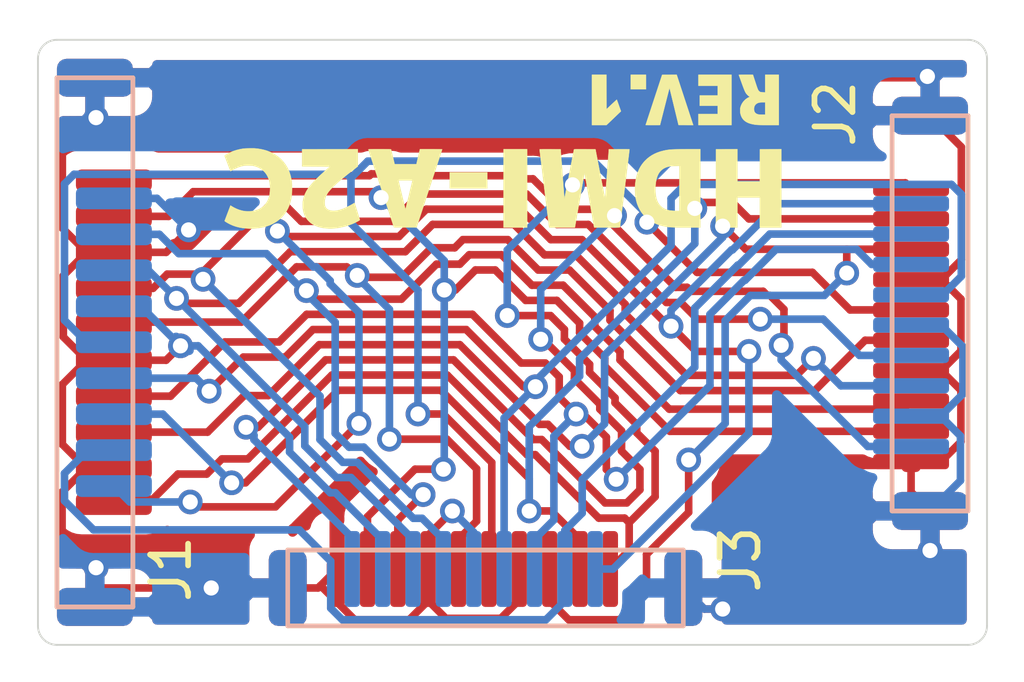
<source format=kicad_pcb>
(kicad_pcb (version 20171130) (host pcbnew 5.1.12-84ad8e8a86~92~ubuntu21.04.1)

  (general
    (thickness 1.6)
    (drawings 8)
    (tracks 517)
    (zones 0)
    (modules 4)
    (nets 16)
  )

  (page A4)
  (layers
    (0 F.Cu signal)
    (31 B.Cu signal)
    (32 B.Adhes user)
    (33 F.Adhes user)
    (34 B.Paste user)
    (35 F.Paste user)
    (36 B.SilkS user)
    (37 F.SilkS user)
    (38 B.Mask user)
    (39 F.Mask user)
    (40 Dwgs.User user)
    (41 Cmts.User user)
    (42 Eco1.User user)
    (43 Eco2.User user)
    (44 Edge.Cuts user)
    (45 Margin user)
    (46 B.CrtYd user)
    (47 F.CrtYd user)
    (48 B.Fab user)
    (49 F.Fab user)
  )

  (setup
    (last_trace_width 0.2)
    (trace_clearance 0.2)
    (zone_clearance 0.508)
    (zone_45_only no)
    (trace_min 0.2)
    (via_size 0.65)
    (via_drill 0.4)
    (via_min_size 0.4)
    (via_min_drill 0.3)
    (uvia_size 0.3)
    (uvia_drill 0.1)
    (uvias_allowed no)
    (uvia_min_size 0.2)
    (uvia_min_drill 0.1)
    (edge_width 0.05)
    (segment_width 0.2)
    (pcb_text_width 0.3)
    (pcb_text_size 1.5 1.5)
    (mod_edge_width 0.12)
    (mod_text_size 1 1)
    (mod_text_width 0.15)
    (pad_size 1.524 1.524)
    (pad_drill 0.762)
    (pad_to_mask_clearance 0)
    (aux_axis_origin 19.1 34.95)
    (grid_origin 19.1 34.95)
    (visible_elements FFFFFF7F)
    (pcbplotparams
      (layerselection 0x010fc_ffffffff)
      (usegerberextensions true)
      (usegerberattributes false)
      (usegerberadvancedattributes true)
      (creategerberjobfile false)
      (excludeedgelayer true)
      (linewidth 0.100000)
      (plotframeref false)
      (viasonmask false)
      (mode 1)
      (useauxorigin false)
      (hpglpennumber 1)
      (hpglpenspeed 20)
      (hpglpendiameter 15.000000)
      (psnegative false)
      (psa4output false)
      (plotreference true)
      (plotvalue true)
      (plotinvisibletext false)
      (padsonsilk false)
      (subtractmaskfromsilk false)
      (outputformat 1)
      (mirror false)
      (drillshape 0)
      (scaleselection 1)
      (outputdirectory "20211213_HDMI-A2C_rev1/"))
  )

  (net 0 "")
  (net 1 HDMI_HPD)
  (net 2 HDMI_+5V)
  (net 3 HDMI_SDA)
  (net 4 HDMI_SCL)
  (net 5 HDMI_UTILITY)
  (net 6 HDMI_CEC)
  (net 7 HDMI_CK-)
  (net 8 HDMI_CK+)
  (net 9 HDMI_D0-)
  (net 10 HDMI_D0+)
  (net 11 HDMI_D1-)
  (net 12 HDMI_D1+)
  (net 13 HDMI_D2-)
  (net 14 HDMI_D2+)
  (net 15 GND)

  (net_class Default "This is the default net class."
    (clearance 0.2)
    (trace_width 0.2)
    (via_dia 0.65)
    (via_drill 0.4)
    (uvia_dia 0.3)
    (uvia_drill 0.1)
    (add_net GND)
    (add_net HDMI_+5V)
    (add_net HDMI_CEC)
    (add_net HDMI_CK+)
    (add_net HDMI_CK-)
    (add_net HDMI_D0+)
    (add_net HDMI_D0-)
    (add_net HDMI_D1+)
    (add_net HDMI_D1-)
    (add_net HDMI_D2+)
    (add_net HDMI_D2-)
    (add_net HDMI_HPD)
    (add_net HDMI_SCL)
    (add_net HDMI_SDA)
    (add_net HDMI_UTILITY)
  )

  (module HDMI_Plugs:HDMI_CON_LOGO (layer F.Cu) (tedit 0) (tstamp 61B64CB4)
    (at 31.35 21.95 180)
    (fp_text reference G*** (at 0 0) (layer F.SilkS) hide
      (effects (font (size 1.524 1.524) (thickness 0.3)))
    )
    (fp_text value LOGO (at 0.75 0) (layer F.SilkS) hide
      (effects (font (size 1.524 1.524) (thickness 0.3)))
    )
    (fp_poly (pts (xy -7.014935 0.703952) (xy -6.957013 0.704007) (xy -6.905766 0.70418) (xy -6.860611 0.704487)
      (xy -6.820968 0.704946) (xy -6.786255 0.705575) (xy -6.755889 0.706389) (xy -6.72929 0.707406)
      (xy -6.705875 0.708644) (xy -6.685063 0.71012) (xy -6.666272 0.711851) (xy -6.648921 0.713853)
      (xy -6.640285 0.715006) (xy -6.576092 0.726011) (xy -6.518236 0.740307) (xy -6.466514 0.758037)
      (xy -6.420724 0.779346) (xy -6.380662 0.804377) (xy -6.346126 0.833276) (xy -6.316914 0.866187)
      (xy -6.292821 0.903253) (xy -6.273645 0.94462) (xy -6.260546 0.985188) (xy -6.256917 0.999535)
      (xy -6.254306 1.012211) (xy -6.252541 1.024948) (xy -6.251447 1.039479) (xy -6.25085 1.057539)
      (xy -6.250578 1.08086) (xy -6.250554 1.084943) (xy -6.250536 1.10929) (xy -6.250871 1.128007)
      (xy -6.251697 1.142718) (xy -6.25315 1.155048) (xy -6.25537 1.16662) (xy -6.258494 1.179058)
      (xy -6.258556 1.179286) (xy -6.274829 1.225973) (xy -6.297558 1.270797) (xy -6.326014 1.312898)
      (xy -6.359465 1.351418) (xy -6.39718 1.385496) (xy -6.438429 1.414274) (xy -6.474648 1.433437)
      (xy -6.487244 1.439407) (xy -6.496838 1.444378) (xy -6.501876 1.447527) (xy -6.502275 1.448039)
      (xy -6.499479 1.450858) (xy -6.492237 1.455692) (xy -6.487445 1.458498) (xy -6.474028 1.467644)
      (xy -6.457972 1.481044) (xy -6.440932 1.497102) (xy -6.424565 1.514222) (xy -6.410528 1.530811)
      (xy -6.405844 1.537069) (xy -6.398008 1.548748) (xy -6.39007 1.562109) (xy -6.381806 1.57769)
      (xy -6.37299 1.596027) (xy -6.363398 1.617654) (xy -6.352806 1.643109) (xy -6.340987 1.672926)
      (xy -6.327717 1.707643) (xy -6.312772 1.747795) (xy -6.295926 1.793918) (xy -6.282677 1.830615)
      (xy -6.269959 1.865971) (xy -6.257955 1.899332) (xy -6.246893 1.930062) (xy -6.237004 1.957528)
      (xy -6.228514 1.981093) (xy -6.221654 2.000123) (xy -6.216651 2.013984) (xy -6.213734 2.02204)
      (xy -6.213076 2.023836) (xy -6.214042 2.024884) (xy -6.218136 2.025766) (xy -6.225841 2.026494)
      (xy -6.237644 2.027081) (xy -6.254031 2.027537) (xy -6.275487 2.027875) (xy -6.302499 2.028106)
      (xy -6.335551 2.028242) (xy -6.375129 2.028294) (xy -6.39769 2.028293) (xy -6.584042 2.028215)
      (xy -6.645728 1.838823) (xy -6.660212 1.794473) (xy -6.672744 1.756463) (xy -6.683564 1.724214)
      (xy -6.692913 1.697147) (xy -6.701031 1.674685) (xy -6.708157 1.656249) (xy -6.714533 1.641259)
      (xy -6.720398 1.629139) (xy -6.725994 1.619308) (xy -6.731559 1.61119) (xy -6.737335 1.604204)
      (xy -6.743561 1.597773) (xy -6.747327 1.594205) (xy -6.758413 1.584954) (xy -6.769903 1.577953)
      (xy -6.7831 1.572844) (xy -6.79931 1.569267) (xy -6.819836 1.566862) (xy -6.845983 1.56527)
      (xy -6.853464 1.56496) (xy -6.9088 1.562821) (xy -6.9088 2.028372) (xy -7.2644 2.028372)
      (xy -7.2644 1.302658) (xy -6.9088 1.302658) (xy -6.846207 1.302531) (xy -6.819771 1.302136)
      (xy -6.794927 1.301128) (xy -6.773474 1.299609) (xy -6.757208 1.29768) (xy -6.755358 1.297367)
      (xy -6.719363 1.28775) (xy -6.687943 1.272769) (xy -6.661435 1.252816) (xy -6.640176 1.228284)
      (xy -6.624503 1.199564) (xy -6.614752 1.167048) (xy -6.611261 1.131129) (xy -6.611257 1.129717)
      (xy -6.613644 1.094256) (xy -6.620959 1.064013) (xy -6.633429 1.038671) (xy -6.651284 1.017919)
      (xy -6.674753 1.00144) (xy -6.704065 0.988921) (xy -6.716485 0.985217) (xy -6.726883 0.982911)
      (xy -6.739712 0.981072) (xy -6.756005 0.979621) (xy -6.776795 0.978481) (xy -6.803115 0.977573)
      (xy -6.824435 0.977054) (xy -6.9088 0.975242) (xy -6.9088 1.302658) (xy -7.2644 1.302658)
      (xy -7.2644 0.703943) (xy -7.014935 0.703952)) (layer F.SilkS) (width 0.01))
    (fp_poly (pts (xy -5.148942 0.994229) (xy -5.656942 0.994229) (xy -5.656942 1.211943) (xy -5.185228 1.211943)
      (xy -5.185228 1.484086) (xy -5.656942 1.484086) (xy -5.656942 1.738086) (xy -5.148942 1.738086)
      (xy -5.148942 2.028372) (xy -6.0198 2.028372) (xy -6.0198 0.703943) (xy -5.148942 0.703943)
      (xy -5.148942 0.994229)) (layer F.SilkS) (width 0.01))
    (fp_poly (pts (xy -4.817852 0.704819) (xy -4.625193 0.705758) (xy -4.507799 1.190172) (xy -4.493751 1.24812)
      (xy -4.480157 1.304161) (xy -4.467117 1.357889) (xy -4.454729 1.408894) (xy -4.443093 1.456768)
      (xy -4.432309 1.501101) (xy -4.422476 1.541487) (xy -4.413694 1.577516) (xy -4.406062 1.608779)
      (xy -4.39968 1.634869) (xy -4.394647 1.655377) (xy -4.391062 1.669894) (xy -4.389026 1.678011)
      (xy -4.388588 1.679641) (xy -4.386221 1.683347) (xy -4.385344 1.683268) (xy -4.384335 1.679694)
      (xy -4.381666 1.669573) (xy -4.377463 1.653394) (xy -4.37185 1.631644) (xy -4.364951 1.604813)
      (xy -4.35689 1.573389) (xy -4.347792 1.53786) (xy -4.33778 1.498713) (xy -4.326979 1.456438)
      (xy -4.315514 1.411522) (xy -4.303508 1.364454) (xy -4.291085 1.315722) (xy -4.278371 1.265815)
      (xy -4.265489 1.215219) (xy -4.252563 1.164425) (xy -4.239718 1.11392) (xy -4.227078 1.064192)
      (xy -4.214768 1.015729) (xy -4.20291 0.96902) (xy -4.191631 0.924553) (xy -4.181053 0.882817)
      (xy -4.171302 0.844299) (xy -4.162501 0.809487) (xy -4.154775 0.778871) (xy -4.148248 0.752938)
      (xy -4.143045 0.732176) (xy -4.139288 0.717074) (xy -4.137104 0.70812) (xy -4.136571 0.705719)
      (xy -4.133055 0.705378) (xy -4.122955 0.705058) (xy -4.106946 0.704767) (xy -4.0857 0.704509)
      (xy -4.059892 0.704292) (xy -4.030195 0.704122) (xy -3.997283 0.704005) (xy -3.96183 0.703948)
      (xy -3.947885 0.703943) (xy -3.911655 0.703994) (xy -3.877718 0.70414) (xy -3.846747 0.70437)
      (xy -3.819415 0.704677) (xy -3.796395 0.705049) (xy -3.778358 0.705477) (xy -3.765978 0.705952)
      (xy -3.759928 0.706463) (xy -3.759428 0.706665) (xy -3.760568 0.710335) (xy -3.763868 0.720562)
      (xy -3.769219 0.737011) (xy -3.776509 0.759347) (xy -3.785629 0.787232) (xy -3.796468 0.820332)
      (xy -3.808918 0.858312) (xy -3.822866 0.900835) (xy -3.838204 0.947565) (xy -3.854821 0.998168)
      (xy -3.872606 1.052308) (xy -3.891451 1.109648) (xy -3.911244 1.169854) (xy -3.931876 1.23259)
      (xy -3.953237 1.29752) (xy -3.975215 1.364308) (xy -3.976421 1.367972) (xy -4.193187 2.026558)
      (xy -4.384096 2.027497) (xy -4.575006 2.028436) (xy -4.589646 1.983954) (xy -4.592437 1.975466)
      (xy -4.597356 1.960496) (xy -4.604269 1.939454) (xy -4.61304 1.912752) (xy -4.623534 1.880802)
      (xy -4.635616 1.844016) (xy -4.649151 1.802806) (xy -4.664002 1.757583) (xy -4.680036 1.708759)
      (xy -4.697117 1.656746) (xy -4.715109 1.601955) (xy -4.733878 1.544798) (xy -4.753288 1.485688)
      (xy -4.773203 1.425035) (xy -4.780622 1.402443) (xy -4.800923 1.340622) (xy -4.820911 1.279761)
      (xy -4.840441 1.220308) (xy -4.859364 1.16271) (xy -4.877534 1.107415) (xy -4.894803 1.054871)
      (xy -4.911024 1.005526) (xy -4.92605 0.959827) (xy -4.939733 0.918222) (xy -4.951927 0.881158)
      (xy -4.962484 0.849084) (xy -4.971258 0.822447) (xy -4.9781 0.801695) (xy -4.982864 0.787275)
      (xy -4.983734 0.784647) (xy -5.010512 0.70388) (xy -4.817852 0.704819)) (layer F.SilkS) (width 0.01))
    (fp_poly (pts (xy -3.367314 2.028372) (xy -3.766457 2.028372) (xy -3.766457 1.647372) (xy -3.367314 1.647372)
      (xy -3.367314 2.028372)) (layer F.SilkS) (width 0.01))
    (fp_poly (pts (xy -2.344057 2.028372) (xy -2.725029 2.028372) (xy -2.72595 1.574401) (xy -2.726871 1.120431)
      (xy -2.860416 1.246016) (xy -2.886505 1.270503) (xy -2.911011 1.293414) (xy -2.933422 1.314277)
      (xy -2.953231 1.332624) (xy -2.969927 1.347984) (xy -2.983002 1.359888) (xy -2.991947 1.367866)
      (xy -2.996251 1.371447) (xy -2.996542 1.3716) (xy -2.998248 1.36829) (xy -3.002095 1.358817)
      (xy -3.007828 1.343869) (xy -3.015194 1.324133) (xy -3.023938 1.300298) (xy -3.033803 1.27305)
      (xy -3.044537 1.243077) (xy -3.052995 1.219247) (xy -3.106867 1.066893) (xy -3.071083 1.032797)
      (xy -3.061753 1.023903) (xy -3.047785 1.010581) (xy -3.02979 0.993415) (xy -3.008381 0.972989)
      (xy -2.984168 0.949886) (xy -2.957763 0.924689) (xy -2.929777 0.897982) (xy -2.900823 0.870348)
      (xy -2.881085 0.85151) (xy -2.726871 0.704318) (xy -2.535464 0.704131) (xy -2.344057 0.703943)
      (xy -2.344057 2.028372)) (layer F.SilkS) (width 0.01))
    (fp_poly (pts (xy 6.691086 -2.023514) (xy 6.783918 -2.018341) (xy 6.871902 -2.008106) (xy 6.955521 -1.992675)
      (xy 7.035255 -1.971911) (xy 7.111588 -1.945678) (xy 7.185002 -1.913841) (xy 7.255979 -1.876264)
      (xy 7.292824 -1.853942) (xy 7.310187 -1.842698) (xy 7.321946 -1.834392) (xy 7.328834 -1.828421)
      (xy 7.33158 -1.824182) (xy 7.331484 -1.822052) (xy 7.32979 -1.817622) (xy 7.325767 -1.807045)
      (xy 7.319656 -1.790958) (xy 7.3117 -1.770001) (xy 7.302141 -1.744811) (xy 7.291221 -1.716027)
      (xy 7.279182 -1.684287) (xy 7.266267 -1.650229) (xy 7.258304 -1.629228) (xy 7.244891 -1.593868)
      (xy 7.232129 -1.560264) (xy 7.220273 -1.529082) (xy 7.209576 -1.500987) (xy 7.200292 -1.476645)
      (xy 7.192674 -1.456721) (xy 7.186977 -1.44188) (xy 7.183454 -1.432787) (xy 7.182524 -1.430452)
      (xy 7.177592 -1.418548) (xy 7.148818 -1.436581) (xy 7.081407 -1.475315) (xy 7.012719 -1.507935)
      (xy 6.943408 -1.534196) (xy 6.874127 -1.553854) (xy 6.805531 -1.566664) (xy 6.798129 -1.567635)
      (xy 6.776323 -1.569616) (xy 6.749377 -1.570898) (xy 6.719376 -1.571485) (xy 6.688403 -1.571377)
      (xy 6.658542 -1.570576) (xy 6.631876 -1.569085) (xy 6.614886 -1.567474) (xy 6.549202 -1.556446)
      (xy 6.487907 -1.539644) (xy 6.430987 -1.517061) (xy 6.378428 -1.488691) (xy 6.330216 -1.454527)
      (xy 6.300819 -1.428849) (xy 6.261428 -1.386883) (xy 6.22746 -1.340638) (xy 6.19887 -1.289987)
      (xy 6.175612 -1.234803) (xy 6.15764 -1.174961) (xy 6.144908 -1.110334) (xy 6.137371 -1.040795)
      (xy 6.134981 -0.970642) (xy 6.135446 -0.929339) (xy 6.137121 -0.893112) (xy 6.140212 -0.859852)
      (xy 6.144923 -0.82745) (xy 6.15146 -0.793794) (xy 6.152792 -0.787685) (xy 6.170045 -0.724944)
      (xy 6.193028 -0.666465) (xy 6.221573 -0.612436) (xy 6.255513 -0.563045) (xy 6.294683 -0.518483)
      (xy 6.338914 -0.478938) (xy 6.388042 -0.444598) (xy 6.441898 -0.415653) (xy 6.500316 -0.392293)
      (xy 6.502244 -0.391644) (xy 6.535282 -0.381415) (xy 6.566577 -0.37363) (xy 6.597936 -0.368025)
      (xy 6.631165 -0.364335) (xy 6.66807 -0.362297) (xy 6.707415 -0.361651) (xy 6.742659 -0.361887)
      (xy 6.772686 -0.36296) (xy 6.79951 -0.365113) (xy 6.825146 -0.36859) (xy 6.851609 -0.373634)
      (xy 6.880913 -0.380486) (xy 6.896299 -0.384416) (xy 6.958053 -0.403431) (xy 7.021142 -0.428479)
      (xy 7.084069 -0.458914) (xy 7.135056 -0.487773) (xy 7.150122 -0.496789) (xy 7.162922 -0.504244)
      (xy 7.1722 -0.509421) (xy 7.1767 -0.511602) (xy 7.176857 -0.511628) (xy 7.178171 -0.509367)
      (xy 7.181197 -0.502456) (xy 7.18601 -0.490703) (xy 7.192683 -0.473917) (xy 7.20129 -0.451904)
      (xy 7.211905 -0.424474) (xy 7.224603 -0.391434) (xy 7.239456 -0.352593) (xy 7.25654 -0.307758)
      (xy 7.275928 -0.256737) (xy 7.297694 -0.199339) (xy 7.321912 -0.135372) (xy 7.326839 -0.122346)
      (xy 7.333403 -0.104992) (xy 7.294366 -0.07964) (xy 7.270941 -0.065313) (xy 7.242797 -0.049507)
      (xy 7.211837 -0.033181) (xy 7.179965 -0.01729) (xy 7.149082 -0.002794) (xy 7.121091 0.009352)
      (xy 7.104743 0.015757) (xy 7.02137 0.043022) (xy 6.93708 0.063825) (xy 6.932172 0.064828)
      (xy 6.900272 0.071078) (xy 6.871873 0.076134) (xy 6.845554 0.080127) (xy 6.819898 0.08319)
      (xy 6.793485 0.085453) (xy 6.764896 0.087048) (xy 6.732712 0.088106) (xy 6.695514 0.08876)
      (xy 6.671129 0.089004) (xy 6.642204 0.089192) (xy 6.615107 0.08928) (xy 6.590826 0.089272)
      (xy 6.57035 0.089171) (xy 6.554666 0.08898) (xy 6.544765 0.088703) (xy 6.542315 0.088537)
      (xy 6.533431 0.087603) (xy 6.519464 0.086195) (xy 6.502554 0.084525) (xy 6.4897 0.083276)
      (xy 6.437953 0.076929) (xy 6.383549 0.067798) (xy 6.328775 0.056376) (xy 6.275918 0.043154)
      (xy 6.227266 0.028625) (xy 6.2129 0.023759) (xy 6.1327 -0.007728) (xy 6.057546 -0.044322)
      (xy 5.987165 -0.086192) (xy 5.921283 -0.133507) (xy 5.85963 -0.186436) (xy 5.834743 -0.210569)
      (xy 5.780241 -0.270346) (xy 5.731681 -0.334201) (xy 5.689042 -0.40218) (xy 5.652301 -0.474326)
      (xy 5.621436 -0.550684) (xy 5.596425 -0.631298) (xy 5.577246 -0.716212) (xy 5.573616 -0.7366)
      (xy 5.568931 -0.76546) (xy 5.565201 -0.791622) (xy 5.562326 -0.816511) (xy 5.560208 -0.841557)
      (xy 5.558747 -0.868185) (xy 5.557844 -0.897823) (xy 5.557399 -0.931899) (xy 5.557311 -0.970642)
      (xy 5.558152 -1.032844) (xy 5.560639 -1.089405) (xy 5.564959 -1.141795) (xy 5.5713 -1.191482)
      (xy 5.57985 -1.239935) (xy 5.590795 -1.288622) (xy 5.604303 -1.338942) (xy 5.630448 -1.417176)
      (xy 5.662714 -1.491652) (xy 5.700912 -1.562144) (xy 5.744854 -1.628425) (xy 5.79435 -1.690267)
      (xy 5.84921 -1.747443) (xy 5.909245 -1.799726) (xy 5.974267 -1.846889) (xy 6.044085 -1.888705)
      (xy 6.076043 -1.905237) (xy 6.151066 -1.938433) (xy 6.230751 -1.966314) (xy 6.314749 -1.988811)
      (xy 6.402713 -2.005858) (xy 6.494294 -2.017388) (xy 6.589142 -2.023333) (xy 6.68691 -2.023627)
      (xy 6.691086 -2.023514)) (layer F.SilkS) (width 0.01))
    (fp_poly (pts (xy -6.767285 -1.204685) (xy -6.175828 -1.204685) (xy -6.175828 -1.995714) (xy -5.609758 -1.995714)
      (xy -5.610672 -0.966107) (xy -5.611585 0.0635) (xy -5.893707 0.06443) (xy -6.175828 0.065359)
      (xy -6.175828 -0.783771) (xy -6.767255 -0.783771) (xy -6.768177 -0.360135) (xy -6.7691 0.0635)
      (xy -7.051221 0.06443) (xy -7.333342 0.065359) (xy -7.333342 -1.995714) (xy -6.767285 -1.995714)
      (xy -6.767285 -1.204685)) (layer F.SilkS) (width 0.01))
    (fp_poly (pts (xy -4.848678 -1.995699) (xy -4.781067 -1.99567) (xy -4.720191 -1.995572) (xy -4.66553 -1.995377)
      (xy -4.616562 -1.995059) (xy -4.572766 -1.994591) (xy -4.533621 -1.993946) (xy -4.498605 -1.993098)
      (xy -4.467197 -1.992019) (xy -4.438875 -1.990683) (xy -4.41312 -1.989063) (xy -4.389408 -1.987132)
      (xy -4.36722 -1.984864) (xy -4.346033 -1.982231) (xy -4.325327 -1.979207) (xy -4.30458 -1.975765)
      (xy -4.283271 -1.971879) (xy -4.260878 -1.96752) (xy -4.247242 -1.964777) (xy -4.161354 -1.944146)
      (xy -4.07989 -1.918073) (xy -4.002987 -1.886673) (xy -3.930781 -1.850065) (xy -3.863408 -1.808364)
      (xy -3.801003 -1.761686) (xy -3.743702 -1.710149) (xy -3.691642 -1.653868) (xy -3.644957 -1.592961)
      (xy -3.603785 -1.527543) (xy -3.56826 -1.457732) (xy -3.538519 -1.383644) (xy -3.526215 -1.3462)
      (xy -3.506699 -1.271739) (xy -3.492188 -1.193118) (xy -3.482644 -1.111399) (xy -3.478031 -1.027641)
      (xy -3.478311 -0.942904) (xy -3.483446 -0.858248) (xy -3.493399 -0.774733) (xy -3.508133 -0.693418)
      (xy -3.52761 -0.615365) (xy -3.551793 -0.541633) (xy -3.554904 -0.5334) (xy -3.586558 -0.460126)
      (xy -3.623605 -0.39155) (xy -3.666343 -0.327201) (xy -3.715067 -0.26661) (xy -3.742198 -0.237128)
      (xy -3.798479 -0.183419) (xy -3.858815 -0.135237) (xy -3.923422 -0.09247) (xy -3.992514 -0.055006)
      (xy -4.066305 -0.022735) (xy -4.145009 0.004455) (xy -4.228843 0.026675) (xy -4.265385 0.034503)
      (xy -4.289078 0.039111) (xy -4.311985 0.043241) (xy -4.334619 0.04692) (xy -4.357495 0.050172)
      (xy -4.381126 0.053023) (xy -4.406025 0.055499) (xy -4.432706 0.057625) (xy -4.461683 0.059427)
      (xy -4.493469 0.06093) (xy -4.528578 0.062159) (xy -4.567524 0.06314) (xy -4.610819 0.0639)
      (xy -4.658978 0.064462) (xy -4.712514 0.064852) (xy -4.771941 0.065097) (xy -4.837772 0.065221)
      (xy -4.884964 0.065249) (xy -5.199742 0.065315) (xy -5.199742 -1.560285) (xy -4.6482 -1.560285)
      (xy -4.6482 -0.372886) (xy -4.542064 -0.37469) (xy -4.50549 -0.375447) (xy -4.475268 -0.376392)
      (xy -4.450496 -0.377575) (xy -4.430271 -0.37905) (xy -4.413689 -0.380869) (xy -4.401457 -0.382783)
      (xy -4.342481 -0.396317) (xy -4.288971 -0.414491) (xy -4.24076 -0.437467) (xy -4.197682 -0.465405)
      (xy -4.159571 -0.498467) (xy -4.126259 -0.536812) (xy -4.09758 -0.580603) (xy -4.073368 -0.63)
      (xy -4.053456 -0.685164) (xy -4.041071 -0.731157) (xy -4.0299 -0.787586) (xy -4.021565 -0.84878)
      (xy -4.016215 -0.912765) (xy -4.014 -0.977562) (xy -4.01507 -1.041196) (xy -4.016075 -1.060093)
      (xy -4.022356 -1.128461) (xy -4.032385 -1.190833) (xy -4.046287 -1.247503) (xy -4.064189 -1.298763)
      (xy -4.086216 -1.344907) (xy -4.112496 -1.386228) (xy -4.143154 -1.423019) (xy -4.178317 -1.455573)
      (xy -4.19033 -1.464986) (xy -4.22346 -1.487643) (xy -4.258448 -1.506888) (xy -4.295969 -1.522887)
      (xy -4.336699 -1.535806) (xy -4.381313 -1.545812) (xy -4.430487 -1.55307) (xy -4.484897 -1.557747)
      (xy -4.545219 -1.560008) (xy -4.577969 -1.560285) (xy -4.6482 -1.560285) (xy -5.199742 -1.560285)
      (xy -5.199742 -1.995714) (xy -4.848678 -1.995699)) (layer F.SilkS) (width 0.01))
    (fp_poly (pts (xy -2.398837 -1.976664) (xy -2.397838 -1.971207) (xy -2.395656 -1.958955) (xy -2.392354 -1.940264)
      (xy -2.387992 -1.915488) (xy -2.382633 -1.884983) (xy -2.37634 -1.849104) (xy -2.369174 -1.808204)
      (xy -2.361198 -1.762641) (xy -2.352474 -1.712767) (xy -2.343063 -1.65894) (xy -2.333028 -1.601512)
      (xy -2.322431 -1.540841) (xy -2.311335 -1.477279) (xy -2.2998 -1.411183) (xy -2.287891 -1.342908)
      (xy -2.275667 -1.272808) (xy -2.27332 -1.259342) (xy -2.261087 -1.189214) (xy -2.249175 -1.121001)
      (xy -2.237643 -1.055047) (xy -2.226552 -0.991696) (xy -2.215963 -0.931292) (xy -2.205936 -0.874177)
      (xy -2.196532 -0.820696) (xy -2.187812 -0.771192) (xy -2.179836 -0.726008) (xy -2.172664 -0.685489)
      (xy -2.166358 -0.649978) (xy -2.160978 -0.619818) (xy -2.156585 -0.595353) (xy -2.153238 -0.576928)
      (xy -2.150999 -0.564884) (xy -2.149929 -0.559566) (xy -2.149854 -0.55933) (xy -2.14632 -0.559384)
      (xy -2.145527 -0.563083) (xy -2.143551 -0.57359) (xy -2.140451 -0.590564) (xy -2.136288 -0.613664)
      (xy -2.131122 -0.642548) (xy -2.125014 -0.676875) (xy -2.118023 -0.716303) (xy -2.110211 -0.760491)
      (xy -2.101636 -0.809097) (xy -2.092361 -0.86178) (xy -2.082444 -0.918199) (xy -2.071946 -0.978012)
      (xy -2.060928 -1.040878) (xy -2.049449 -1.106456) (xy -2.03757 -1.174403) (xy -2.025351 -1.244379)
      (xy -2.021148 -1.268467) (xy -2.008811 -1.339181) (xy -1.996791 -1.408056) (xy -1.985149 -1.474744)
      (xy -1.973946 -1.538901) (xy -1.963241 -1.600178) (xy -1.953097 -1.658229) (xy -1.943573 -1.712708)
      (xy -1.93473 -1.763267) (xy -1.926628 -1.809561) (xy -1.91933 -1.851243) (xy -1.912894 -1.887965)
      (xy -1.907382 -1.919381) (xy -1.902854 -1.945145) (xy -1.899372 -1.96491) (xy -1.896995 -1.978328)
      (xy -1.895784 -1.985055) (xy -1.895653 -1.985735) (xy -1.893537 -1.995714) (xy -1.216387 -1.995714)
      (xy -1.211842 -1.958521) (xy -1.211012 -1.951773) (xy -1.209332 -1.938128) (xy -1.206837 -1.917891)
      (xy -1.203566 -1.891368) (xy -1.199556 -1.858864) (xy -1.194846 -1.820685) (xy -1.189472 -1.777136)
      (xy -1.183474 -1.728522) (xy -1.176887 -1.67515) (xy -1.16975 -1.617324) (xy -1.162101 -1.55535)
      (xy -1.153977 -1.489533) (xy -1.145417 -1.420179) (xy -1.136457 -1.347593) (xy -1.127135 -1.27208)
      (xy -1.11749 -1.193947) (xy -1.107558 -1.113498) (xy -1.097378 -1.031038) (xy -1.086987 -0.946874)
      (xy -1.084994 -0.930728) (xy -1.074632 -0.846726) (xy -1.064521 -0.764597) (xy -1.054695 -0.684633)
      (xy -1.045189 -0.607125) (xy -1.03604 -0.532366) (xy -1.027281 -0.460647) (xy -1.018949 -0.39226)
      (xy -1.011079 -0.327497) (xy -1.003705 -0.266649) (xy -0.996863 -0.210008) (xy -0.990588 -0.157866)
      (xy -0.984915 -0.110514) (xy -0.979881 -0.068245) (xy -0.975519 -0.03135) (xy -0.971865 -0.000121)
      (xy -0.968954 0.02515) (xy -0.966822 0.044172) (xy -0.965504 0.056653) (xy -0.965035 0.062302)
      (xy -0.965057 0.062616) (xy -0.968977 0.063043) (xy -0.979591 0.063425) (xy -0.996334 0.06376)
      (xy -1.018642 0.064042) (xy -1.045953 0.06427) (xy -1.077701 0.064438) (xy -1.113323 0.064544)
      (xy -1.152255 0.064583) (xy -1.193933 0.064552) (xy -1.237794 0.064448) (xy -1.24299 0.06443)
      (xy -1.518557 0.0635) (xy -1.566448 -0.583709) (xy -1.571482 -0.651606) (xy -1.576391 -0.717551)
      (xy -1.581148 -0.781181) (xy -1.585725 -0.842133) (xy -1.590093 -0.900043) (xy -1.594224 -0.954547)
      (xy -1.598091 -1.005281) (xy -1.601666 -1.051882) (xy -1.60492 -1.093985) (xy -1.607826 -1.131227)
      (xy -1.610355 -1.163245) (xy -1.612481 -1.189673) (xy -1.614174 -1.210149) (xy -1.615407 -1.224309)
      (xy -1.616152 -1.231789) (xy -1.61634 -1.232921) (xy -1.619563 -1.233499) (xy -1.619646 -1.233412)
      (xy -1.620459 -1.229748) (xy -1.622576 -1.219315) (xy -1.625929 -1.202469) (xy -1.630447 -1.179566)
      (xy -1.636062 -1.150963) (xy -1.642703 -1.117016) (xy -1.650302 -1.078081) (xy -1.658789 -1.034516)
      (xy -1.668095 -0.986675) (xy -1.67815 -0.934917) (xy -1.688885 -0.879596) (xy -1.70023 -0.82107)
      (xy -1.712116 -0.759695) (xy -1.724474 -0.695828) (xy -1.737234 -0.629824) (xy -1.744997 -0.589642)
      (xy -1.757978 -0.522454) (xy -1.770603 -0.457141) (xy -1.782803 -0.394065) (xy -1.794509 -0.333585)
      (xy -1.805649 -0.276061) (xy -1.816154 -0.221853) (xy -1.825955 -0.171321) (xy -1.83498 -0.124825)
      (xy -1.843161 -0.082725) (xy -1.850428 -0.045382) (xy -1.85671 -0.013154) (xy -1.861938 0.013597)
      (xy -1.866042 0.034513) (xy -1.868952 0.049233) (xy -1.870597 0.057396) (xy -1.870945 0.058987)
      (xy -1.871603 0.060161) (xy -1.873143 0.061178) (xy -1.876044 0.062048) (xy -1.880781 0.062779)
      (xy -1.88783 0.063381) (xy -1.897668 0.063864) (xy -1.910772 0.064235) (xy -1.927617 0.064504)
      (xy -1.94868 0.064681) (xy -1.974438 0.064775) (xy -2.005367 0.064794) (xy -2.041943 0.064748)
      (xy -2.084642 0.064646) (xy -2.133941 0.064497) (xy -2.154476 0.06443) (xy -2.436107 0.0635)
      (xy -2.561212 -0.5842) (xy -2.574234 -0.651594) (xy -2.586895 -0.717065) (xy -2.599125 -0.780259)
      (xy -2.610856 -0.840821) (xy -2.622018 -0.898395) (xy -2.632542 -0.952627) (xy -2.642359 -1.003163)
      (xy -2.6514 -1.049646) (xy -2.659596 -1.091722) (xy -2.666878 -1.129037) (xy -2.673177 -1.161235)
      (xy -2.678424 -1.187962) (xy -2.68255 -1.208862) (xy -2.685485 -1.223581) (xy -2.687161 -1.231764)
      (xy -2.687544 -1.233412) (xy -2.69067 -1.233001) (xy -2.69097 -1.232724) (xy -2.691464 -1.228932)
      (xy -2.69246 -1.218266) (xy -2.693929 -1.201091) (xy -2.695843 -1.17777) (xy -2.698175 -1.148667)
      (xy -2.700897 -1.114146) (xy -2.70398 -1.074571) (xy -2.707396 -1.030306) (xy -2.711118 -0.981716)
      (xy -2.715117 -0.929163) (xy -2.719365 -0.873013) (xy -2.723835 -0.813629) (xy -2.728498 -0.751375)
      (xy -2.733326 -0.686615) (xy -2.738292 -0.619713) (xy -2.740969 -0.583512) (xy -2.788768 0.0635)
      (xy -3.05967 0.064431) (xy -3.103337 0.064545) (xy -3.144862 0.064583) (xy -3.183678 0.06455)
      (xy -3.219219 0.064449) (xy -3.25092 0.064285) (xy -3.278213 0.064059) (xy -3.300533 0.063778)
      (xy -3.317314 0.063443) (xy -3.327989 0.06306) (xy -3.331992 0.062631) (xy -3.332004 0.062616)
      (xy -3.331684 0.058832) (xy -3.330506 0.048132) (xy -3.328505 0.030806) (xy -3.325717 0.007139)
      (xy -3.322175 -0.022581) (xy -3.317916 -0.058067) (xy -3.312973 -0.09903) (xy -3.307383 -0.145185)
      (xy -3.30118 -0.196244) (xy -3.294399 -0.251919) (xy -3.287075 -0.311923) (xy -3.279244 -0.37597)
      (xy -3.270939 -0.44377) (xy -3.262197 -0.515039) (xy -3.253052 -0.589487) (xy -3.243539 -0.666829)
      (xy -3.233693 -0.746776) (xy -3.22355 -0.829041) (xy -3.213143 -0.913337) (xy -3.207183 -0.961571)
      (xy -3.196635 -1.046931) (xy -3.186319 -1.130445) (xy -3.176272 -1.211823) (xy -3.166527 -1.290778)
      (xy -3.157122 -1.36702) (xy -3.148092 -1.440261) (xy -3.139472 -1.510212) (xy -3.131297 -1.576585)
      (xy -3.123604 -1.639091) (xy -3.116427 -1.697442) (xy -3.109802 -1.751348) (xy -3.103764 -1.800521)
      (xy -3.09835 -1.844673) (xy -3.093594 -1.883514) (xy -3.089533 -1.916757) (xy -3.0862 -1.944112)
      (xy -3.083633 -1.965291) (xy -3.081867 -1.980005) (xy -3.080936 -1.987966) (xy -3.080794 -1.989364)
      (xy -3.080475 -1.990437) (xy -3.07928 -1.991382) (xy -3.076778 -1.992208) (xy -3.072537 -1.992922)
      (xy -3.066127 -1.993532) (xy -3.057115 -1.994047) (xy -3.045071 -1.994474) (xy -3.029563 -1.994822)
      (xy -3.01016 -1.995098) (xy -2.986431 -1.995311) (xy -2.957944 -1.995469) (xy -2.924269 -1.99558)
      (xy -2.884973 -1.995652) (xy -2.839626 -1.995693) (xy -2.787796 -1.995711) (xy -2.741643 -1.995714)
      (xy -2.402628 -1.995714) (xy -2.398837 -1.976664)) (layer F.SilkS) (width 0.01))
    (fp_poly (pts (xy -0.014514 0.065315) (xy -0.635 0.065315) (xy -0.635 -1.995714) (xy -0.014514 -1.995714)
      (xy -0.014514 0.065315)) (layer F.SilkS) (width 0.01))
    (fp_poly (pts (xy 3.20816 -0.970642) (xy 3.235654 -0.887042) (xy 3.262557 -0.805203) (xy 3.288779 -0.725395)
      (xy 3.314233 -0.647888) (xy 3.338831 -0.572952) (xy 3.362484 -0.500857) (xy 3.385103 -0.431873)
      (xy 3.4066 -0.36627) (xy 3.426888 -0.304318) (xy 3.445878 -0.246288) (xy 3.463481 -0.192448)
      (xy 3.479609 -0.143069) (xy 3.494173 -0.098422) (xy 3.507087 -0.058775) (xy 3.51826 -0.0244)
      (xy 3.527606 0.004434) (xy 3.535035 0.027458) (xy 3.540459 0.0444) (xy 3.54379 0.054991)
      (xy 3.54494 0.058961) (xy 3.54494 0.058965) (xy 3.544668 0.060106) (xy 3.543478 0.061103)
      (xy 3.54091 0.061963) (xy 3.536505 0.062699) (xy 3.529801 0.063318) (xy 3.52034 0.063832)
      (xy 3.50766 0.06425) (xy 3.491302 0.064581) (xy 3.470805 0.064837) (xy 3.44571 0.065025)
      (xy 3.415556 0.065157) (xy 3.379884 0.065242) (xy 3.338232 0.06529) (xy 3.290142 0.065311)
      (xy 3.24796 0.065315) (xy 3.192439 0.065293) (xy 3.143785 0.065226) (xy 3.101608 0.065106)
      (xy 3.065519 0.064927) (xy 3.035127 0.064685) (xy 3.010042 0.064372) (xy 2.989876 0.063983)
      (xy 2.974237 0.063512) (xy 2.962736 0.062954) (xy 2.954983 0.062301) (xy 2.950588 0.061549)
      (xy 2.949181 0.060779) (xy 2.948044 0.056489) (xy 2.945368 0.045801) (xy 2.941312 0.029376)
      (xy 2.936038 0.00787) (xy 2.929706 -0.018058) (xy 2.922477 -0.04775) (xy 2.914513 -0.080547)
      (xy 2.905973 -0.115792) (xy 2.900849 -0.136978) (xy 2.854142 -0.3302) (xy 2.280422 -0.3302)
      (xy 2.244754 -0.178707) (xy 2.236709 -0.144542) (xy 2.228759 -0.110794) (xy 2.221152 -0.078511)
      (xy 2.214134 -0.048739) (xy 2.207952 -0.022527) (xy 2.202853 -0.000921) (xy 2.199085 0.015032)
      (xy 2.198134 0.01905) (xy 2.187181 0.065315) (xy 1.895719 0.065315) (xy 1.850392 0.065282)
      (xy 1.807188 0.065186) (xy 1.766655 0.065032) (xy 1.729336 0.064826) (xy 1.695779 0.064572)
      (xy 1.666529 0.064276) (xy 1.64213 0.063942) (xy 1.62313 0.063576) (xy 1.610073 0.063183)
      (xy 1.603505 0.062768) (xy 1.602815 0.062593) (xy 1.603817 0.058968) (xy 1.607003 0.048718)
      (xy 1.612285 0.032112) (xy 1.619575 0.009418) (xy 1.628786 -0.019095) (xy 1.63983 -0.05316)
      (xy 1.652619 -0.092508) (xy 1.667066 -0.136871) (xy 1.683083 -0.185981) (xy 1.700582 -0.239569)
      (xy 1.719477 -0.297367) (xy 1.739678 -0.359107) (xy 1.761099 -0.424521) (xy 1.783652 -0.493341)
      (xy 1.807249 -0.565298) (xy 1.831802 -0.640123) (xy 1.857225 -0.71755) (xy 1.870564 -0.758152)
      (xy 2.383972 -0.758152) (xy 2.387533 -0.757382) (xy 2.397946 -0.756696) (xy 2.414806 -0.756101)
      (xy 2.437709 -0.755604) (xy 2.46625 -0.755213) (xy 2.500025 -0.754935) (xy 2.538628 -0.754777)
      (xy 2.569422 -0.754742) (xy 2.754873 -0.754742) (xy 2.752867 -0.762907) (xy 2.751759 -0.767488)
      (xy 2.749068 -0.778651) (xy 2.744909 -0.795923) (xy 2.739394 -0.818831) (xy 2.732638 -0.8469)
      (xy 2.724755 -0.879657) (xy 2.715859 -0.916628) (xy 2.706063 -0.957341) (xy 2.695483 -1.00132)
      (xy 2.684231 -1.048094) (xy 2.672421 -1.097188) (xy 2.661402 -1.143) (xy 2.649216 -1.19362)
      (xy 2.637493 -1.242237) (xy 2.626345 -1.288388) (xy 2.615885 -1.33161) (xy 2.606225 -1.37144)
      (xy 2.597478 -1.407417) (xy 2.589756 -1.439077) (xy 2.583173 -1.465957) (xy 2.577841 -1.487596)
      (xy 2.573872 -1.503531) (xy 2.57138 -1.513298) (xy 2.570486 -1.51644) (xy 2.567157 -1.51608)
      (xy 2.56713 -1.516053) (xy 2.566075 -1.512385) (xy 2.563462 -1.502218) (xy 2.559429 -1.486111)
      (xy 2.554108 -1.46462) (xy 2.547635 -1.438305) (xy 2.540146 -1.407724) (xy 2.531774 -1.373435)
      (xy 2.522655 -1.335995) (xy 2.512923 -1.295964) (xy 2.502714 -1.2539) (xy 2.492163 -1.21036)
      (xy 2.481403 -1.165902) (xy 2.470571 -1.121086) (xy 2.459801 -1.076469) (xy 2.449229 -1.03261)
      (xy 2.438988 -0.990066) (xy 2.429213 -0.949395) (xy 2.420041 -0.911157) (xy 2.411605 -0.875909)
      (xy 2.40404 -0.844209) (xy 2.397482 -0.816616) (xy 2.392065 -0.793687) (xy 2.387925 -0.775982)
      (xy 2.385195 -0.764057) (xy 2.384011 -0.758472) (xy 2.383972 -0.758152) (xy 1.870564 -0.758152)
      (xy 1.883429 -0.797309) (xy 1.910326 -0.879133) (xy 1.93783 -0.962752) (xy 1.939232 -0.967014)
      (xy 2.277091 -1.9939) (xy 2.871555 -1.9939) (xy 3.20816 -0.970642)) (layer F.SilkS) (width 0.01))
    (fp_poly (pts (xy 4.668165 -2.018208) (xy 4.746563 -2.007718) (xy 4.819881 -1.992096) (xy 4.888108 -1.971346)
      (xy 4.95123 -1.945476) (xy 5.009236 -1.914488) (xy 5.062112 -1.878388) (xy 5.109847 -1.837183)
      (xy 5.152428 -1.790875) (xy 5.15276 -1.790469) (xy 5.186474 -1.744578) (xy 5.214589 -1.696052)
      (xy 5.237329 -1.644284) (xy 5.254921 -1.588664) (xy 5.267589 -1.528585) (xy 5.275559 -1.463438)
      (xy 5.276046 -1.457403) (xy 5.277964 -1.386278) (xy 5.272673 -1.315756) (xy 5.260202 -1.245925)
      (xy 5.24058 -1.176872) (xy 5.213835 -1.108683) (xy 5.179997 -1.041445) (xy 5.139095 -0.975246)
      (xy 5.093674 -0.913337) (xy 5.057809 -0.869908) (xy 5.016237 -0.82294) (xy 4.969351 -0.772824)
      (xy 4.917545 -0.719952) (xy 4.861211 -0.664716) (xy 4.800744 -0.607506) (xy 4.736536 -0.548715)
      (xy 4.668981 -0.488733) (xy 4.653643 -0.475359) (xy 4.635986 -0.459993) (xy 4.617667 -0.444016)
      (xy 4.600549 -0.429056) (xy 4.586491 -0.416736) (xy 4.583144 -0.413793) (xy 4.556187 -0.390071)
      (xy 4.924229 -0.388257) (xy 5.292272 -0.386442) (xy 5.292272 0.0635) (xy 4.558393 0.064416)
      (xy 3.824515 0.065332) (xy 3.824515 -0.387254) (xy 3.913782 -0.455482) (xy 3.997953 -0.520276)
      (xy 4.076157 -0.581447) (xy 4.148606 -0.639185) (xy 4.215508 -0.693677) (xy 4.277076 -0.74511)
      (xy 4.33352 -0.793671) (xy 4.385049 -0.839548) (xy 4.431876 -0.882929) (xy 4.474211 -0.924001)
      (xy 4.512264 -0.962951) (xy 4.546245 -0.999967) (xy 4.576366 -1.035237) (xy 4.602635 -1.068678)
      (xy 4.636049 -1.118597) (xy 4.662308 -1.16969) (xy 4.681426 -1.221996) (xy 4.693414 -1.275554)
      (xy 4.698287 -1.330406) (xy 4.697973 -1.360389) (xy 4.694815 -1.396746) (xy 4.688525 -1.427556)
      (xy 4.678622 -1.454025) (xy 4.66463 -1.477358) (xy 4.646069 -1.498764) (xy 4.641253 -1.503402)
      (xy 4.618961 -1.521025) (xy 4.593356 -1.534934) (xy 4.563486 -1.545489) (xy 4.528398 -1.553048)
      (xy 4.499458 -1.556828) (xy 4.450761 -1.558724) (xy 4.398617 -1.554749) (xy 4.342955 -1.544881)
      (xy 4.283702 -1.529095) (xy 4.220788 -1.507366) (xy 4.154139 -1.479672) (xy 4.083685 -1.445987)
      (xy 4.009354 -1.406289) (xy 3.954075 -1.374373) (xy 3.938411 -1.365252) (xy 3.925065 -1.357836)
      (xy 3.915212 -1.35275) (xy 3.910032 -1.350622) (xy 3.909566 -1.350653) (xy 3.907947 -1.354605)
      (xy 3.904457 -1.364767) (xy 3.899314 -1.380427) (xy 3.892739 -1.400872) (xy 3.884951 -1.425389)
      (xy 3.87617 -1.453268) (xy 3.866616 -1.483794) (xy 3.856508 -1.516257) (xy 3.846066 -1.549942)
      (xy 3.83551 -1.584139) (xy 3.82506 -1.618134) (xy 3.814934 -1.651215) (xy 3.805354 -1.68267)
      (xy 3.796538 -1.711787) (xy 3.788707 -1.737852) (xy 3.782079 -1.760155) (xy 3.776876 -1.777981)
      (xy 3.773315 -1.79062) (xy 3.771618 -1.797358) (xy 3.771517 -1.798266) (xy 3.77611 -1.803309)
      (xy 3.786493 -1.810797) (xy 3.801805 -1.820279) (xy 3.82118 -1.831307) (xy 3.843755 -1.843431)
      (xy 3.868666 -1.856201) (xy 3.895049 -1.869169) (xy 3.92204 -1.881886) (xy 3.948775 -1.8939)
      (xy 3.974391 -1.904764) (xy 3.982746 -1.908138) (xy 4.07118 -1.940525) (xy 4.160738 -1.967876)
      (xy 4.250542 -1.990022) (xy 4.339712 -2.006796) (xy 4.427368 -2.018028) (xy 4.512631 -2.02355)
      (xy 4.5847 -2.023561) (xy 4.668165 -2.018208)) (layer F.SilkS) (width 0.01))
    (fp_poly (pts (xy 1.400629 -0.544285) (xy 0.413658 -0.544285) (xy 0.413658 -0.9652) (xy 1.400629 -0.9652)
      (xy 1.400629 -0.544285)) (layer F.SilkS) (width 0.01))
  )

  (module HDMI_Plugs:HDMI_C_MH-02PLG_Horizontal (layer F.Cu) (tedit 61B5FB8C) (tstamp 61B62723)
    (at 36.1 34.45 180)
    (tags HDMI)
    (path /61B66202)
    (fp_text reference J3 (at -1.5 1.75 90) (layer F.SilkS)
      (effects (font (size 1 1) (thickness 0.15)))
    )
    (fp_text value HDMI_C_1.3 (at 1.5 4) (layer F.Fab)
      (effects (font (size 1 1) (thickness 0.15)))
    )
    (fp_line (start 0 0) (end 0 2) (layer F.SilkS) (width 0.12))
    (fp_line (start 0 2) (end 10.42 2) (layer F.SilkS) (width 0.12))
    (fp_line (start 10.42 2) (end 10.42 0) (layer F.SilkS) (width 0.12))
    (fp_line (start 10.42 0) (end 0 0) (layer F.SilkS) (width 0.12))
    (fp_line (start 0 0) (end 0 2) (layer B.SilkS) (width 0.12))
    (fp_line (start 0 2) (end 10.42 2) (layer B.SilkS) (width 0.12))
    (fp_line (start 10.42 2) (end 10.42 0) (layer B.SilkS) (width 0.12))
    (fp_line (start 10.42 0) (end 0 0) (layer B.SilkS) (width 0.12))
    (fp_line (start -0.25 -0.25) (end -0.25 2.25) (layer F.CrtYd) (width 0.05))
    (fp_line (start -0.25 2.25) (end 10.67 2.25) (layer F.CrtYd) (width 0.05))
    (fp_line (start 10.67 2.25) (end 10.67 -0.25) (layer F.CrtYd) (width 0.05))
    (fp_line (start 10.67 -0.25) (end -0.25 -0.25) (layer F.CrtYd) (width 0.05))
    (pad SH smd roundrect (at 10.42 1 180) (size 1 2) (layers B.Cu B.Paste B.Mask) (roundrect_rratio 0.25)
      (net 15 GND))
    (pad SH smd roundrect (at 0 1 180) (size 1 2) (layers B.Cu B.Paste B.Mask) (roundrect_rratio 0.25)
      (net 15 GND))
    (pad SH smd roundrect (at 10.42 1 180) (size 1 2) (layers F.Cu F.Paste F.Mask) (roundrect_rratio 0.25)
      (net 15 GND))
    (pad SH smd roundrect (at 0 1 180) (size 1 2) (layers F.Cu F.Paste F.Mask) (roundrect_rratio 0.25)
      (net 15 GND))
    (pad 1 smd roundrect (at 9.12 1.5 180) (size 0.4 2) (layers F.Cu F.Paste F.Mask) (roundrect_rratio 0.25)
      (net 15 GND))
    (pad 2 smd roundrect (at 8.72 1.5 180) (size 0.4 2) (layers B.Cu B.Paste B.Mask) (roundrect_rratio 0.25)
      (net 14 HDMI_D2+))
    (pad 3 smd roundrect (at 8.32 1.5 180) (size 0.4 2) (layers F.Cu F.Paste F.Mask) (roundrect_rratio 0.25)
      (net 13 HDMI_D2-))
    (pad 4 smd roundrect (at 7.92 1.5 180) (size 0.4 2) (layers B.Cu B.Paste B.Mask) (roundrect_rratio 0.25)
      (net 15 GND))
    (pad 5 smd roundrect (at 7.52 1.5 180) (size 0.4 2) (layers F.Cu F.Paste F.Mask) (roundrect_rratio 0.25)
      (net 12 HDMI_D1+))
    (pad 6 smd roundrect (at 7.12 1.5 180) (size 0.4 2) (layers B.Cu B.Paste B.Mask) (roundrect_rratio 0.25)
      (net 11 HDMI_D1-))
    (pad 7 smd roundrect (at 6.72 1.5 180) (size 0.4 2) (layers F.Cu F.Paste F.Mask) (roundrect_rratio 0.25)
      (net 15 GND))
    (pad 8 smd roundrect (at 6.32 1.5 180) (size 0.4 2) (layers B.Cu B.Paste B.Mask) (roundrect_rratio 0.25)
      (net 10 HDMI_D0+))
    (pad 9 smd roundrect (at 5.92 1.5 180) (size 0.4 2) (layers F.Cu F.Paste F.Mask) (roundrect_rratio 0.25)
      (net 9 HDMI_D0-))
    (pad 10 smd roundrect (at 5.52 1.5 180) (size 0.4 2) (layers B.Cu B.Paste B.Mask) (roundrect_rratio 0.25)
      (net 15 GND))
    (pad 11 smd roundrect (at 5.12 1.5 180) (size 0.4 2) (layers F.Cu F.Paste F.Mask) (roundrect_rratio 0.25)
      (net 8 HDMI_CK+))
    (pad 12 smd roundrect (at 4.72 1.5 180) (size 0.4 2) (layers B.Cu B.Paste B.Mask) (roundrect_rratio 0.25)
      (net 7 HDMI_CK-))
    (pad 13 smd roundrect (at 4.32 1.5 180) (size 0.4 2) (layers F.Cu F.Paste F.Mask) (roundrect_rratio 0.25)
      (net 15 GND))
    (pad 14 smd roundrect (at 3.92 1.5 180) (size 0.4 2) (layers B.Cu B.Paste B.Mask) (roundrect_rratio 0.25)
      (net 6 HDMI_CEC))
    (pad 15 smd roundrect (at 3.52 1.5 180) (size 0.4 2) (layers F.Cu F.Paste F.Mask) (roundrect_rratio 0.25)
      (net 4 HDMI_SCL))
    (pad 16 smd roundrect (at 3.12 1.5 180) (size 0.4 2) (layers B.Cu B.Paste B.Mask) (roundrect_rratio 0.25)
      (net 3 HDMI_SDA))
    (pad 17 smd roundrect (at 2.72 1.5 180) (size 0.4 2) (layers F.Cu F.Paste F.Mask) (roundrect_rratio 0.25)
      (net 5 HDMI_UTILITY))
    (pad 18 smd roundrect (at 2.32 1.5 180) (size 0.4 2) (layers B.Cu B.Paste B.Mask) (roundrect_rratio 0.25)
      (net 2 HDMI_+5V))
    (pad 19 smd roundrect (at 1.92 1.5 180) (size 0.4 2) (layers F.Cu F.Paste F.Mask) (roundrect_rratio 0.25)
      (net 1 HDMI_HPD))
  )

  (module HDMI_Plugs:HDMI_C_MH-02PLG_Horizontal (layer F.Cu) (tedit 61B5FB8C) (tstamp 61B50C06)
    (at 43.6 21 270)
    (tags HDMI)
    (path /61B4B73F)
    (fp_text reference J2 (at -0.05 3.5 90) (layer F.SilkS)
      (effects (font (size 1 1) (thickness 0.15)))
    )
    (fp_text value HDMI_C_1.3 (at 1.5 4 90) (layer F.Fab)
      (effects (font (size 1 1) (thickness 0.15)))
    )
    (fp_line (start 0 0) (end 0 2) (layer F.SilkS) (width 0.12))
    (fp_line (start 0 2) (end 10.42 2) (layer F.SilkS) (width 0.12))
    (fp_line (start 10.42 2) (end 10.42 0) (layer F.SilkS) (width 0.12))
    (fp_line (start 10.42 0) (end 0 0) (layer F.SilkS) (width 0.12))
    (fp_line (start 0 0) (end 0 2) (layer B.SilkS) (width 0.12))
    (fp_line (start 0 2) (end 10.42 2) (layer B.SilkS) (width 0.12))
    (fp_line (start 10.42 2) (end 10.42 0) (layer B.SilkS) (width 0.12))
    (fp_line (start 10.42 0) (end 0 0) (layer B.SilkS) (width 0.12))
    (fp_line (start -0.25 -0.25) (end -0.25 2.25) (layer F.CrtYd) (width 0.05))
    (fp_line (start -0.25 2.25) (end 10.67 2.25) (layer F.CrtYd) (width 0.05))
    (fp_line (start 10.67 2.25) (end 10.67 -0.25) (layer F.CrtYd) (width 0.05))
    (fp_line (start 10.67 -0.25) (end -0.25 -0.25) (layer F.CrtYd) (width 0.05))
    (pad SH smd roundrect (at 10.42 1 270) (size 1 2) (layers B.Cu B.Paste B.Mask) (roundrect_rratio 0.25)
      (net 15 GND))
    (pad SH smd roundrect (at 0 1 270) (size 1 2) (layers B.Cu B.Paste B.Mask) (roundrect_rratio 0.25)
      (net 15 GND))
    (pad SH smd roundrect (at 10.42 1 270) (size 1 2) (layers F.Cu F.Paste F.Mask) (roundrect_rratio 0.25)
      (net 15 GND))
    (pad SH smd roundrect (at 0 1 270) (size 1 2) (layers F.Cu F.Paste F.Mask) (roundrect_rratio 0.25)
      (net 15 GND))
    (pad 1 smd roundrect (at 9.12 1.5 270) (size 0.4 2) (layers F.Cu F.Paste F.Mask) (roundrect_rratio 0.25)
      (net 15 GND))
    (pad 2 smd roundrect (at 8.72 1.5 270) (size 0.4 2) (layers B.Cu B.Paste B.Mask) (roundrect_rratio 0.25)
      (net 14 HDMI_D2+))
    (pad 3 smd roundrect (at 8.32 1.5 270) (size 0.4 2) (layers F.Cu F.Paste F.Mask) (roundrect_rratio 0.25)
      (net 13 HDMI_D2-))
    (pad 4 smd roundrect (at 7.92 1.5 270) (size 0.4 2) (layers B.Cu B.Paste B.Mask) (roundrect_rratio 0.25)
      (net 15 GND))
    (pad 5 smd roundrect (at 7.52 1.5 270) (size 0.4 2) (layers F.Cu F.Paste F.Mask) (roundrect_rratio 0.25)
      (net 12 HDMI_D1+))
    (pad 6 smd roundrect (at 7.12 1.5 270) (size 0.4 2) (layers B.Cu B.Paste B.Mask) (roundrect_rratio 0.25)
      (net 11 HDMI_D1-))
    (pad 7 smd roundrect (at 6.72 1.5 270) (size 0.4 2) (layers F.Cu F.Paste F.Mask) (roundrect_rratio 0.25)
      (net 15 GND))
    (pad 8 smd roundrect (at 6.32 1.5 270) (size 0.4 2) (layers B.Cu B.Paste B.Mask) (roundrect_rratio 0.25)
      (net 10 HDMI_D0+))
    (pad 9 smd roundrect (at 5.92 1.5 270) (size 0.4 2) (layers F.Cu F.Paste F.Mask) (roundrect_rratio 0.25)
      (net 9 HDMI_D0-))
    (pad 10 smd roundrect (at 5.52 1.5 270) (size 0.4 2) (layers B.Cu B.Paste B.Mask) (roundrect_rratio 0.25)
      (net 15 GND))
    (pad 11 smd roundrect (at 5.12 1.5 270) (size 0.4 2) (layers F.Cu F.Paste F.Mask) (roundrect_rratio 0.25)
      (net 8 HDMI_CK+))
    (pad 12 smd roundrect (at 4.72 1.5 270) (size 0.4 2) (layers B.Cu B.Paste B.Mask) (roundrect_rratio 0.25)
      (net 7 HDMI_CK-))
    (pad 13 smd roundrect (at 4.32 1.5 270) (size 0.4 2) (layers F.Cu F.Paste F.Mask) (roundrect_rratio 0.25)
      (net 15 GND))
    (pad 14 smd roundrect (at 3.92 1.5 270) (size 0.4 2) (layers B.Cu B.Paste B.Mask) (roundrect_rratio 0.25)
      (net 6 HDMI_CEC))
    (pad 15 smd roundrect (at 3.52 1.5 270) (size 0.4 2) (layers F.Cu F.Paste F.Mask) (roundrect_rratio 0.25)
      (net 4 HDMI_SCL))
    (pad 16 smd roundrect (at 3.12 1.5 270) (size 0.4 2) (layers B.Cu B.Paste B.Mask) (roundrect_rratio 0.25)
      (net 3 HDMI_SDA))
    (pad 17 smd roundrect (at 2.72 1.5 270) (size 0.4 2) (layers F.Cu F.Paste F.Mask) (roundrect_rratio 0.25)
      (net 5 HDMI_UTILITY))
    (pad 18 smd roundrect (at 2.32 1.5 270) (size 0.4 2) (layers B.Cu B.Paste B.Mask) (roundrect_rratio 0.25)
      (net 2 HDMI_+5V))
    (pad 19 smd roundrect (at 1.92 1.5 270) (size 0.4 2) (layers F.Cu F.Paste F.Mask) (roundrect_rratio 0.25)
      (net 1 HDMI_HPD))
  )

  (module HDMI_Plugs:HDMI_A_HDP19-017_Horizontal (layer F.Cu) (tedit 61B5F204) (tstamp 61B50BE5)
    (at 19.6 33.95 90)
    (tags HDMI)
    (path /61B4A25B)
    (fp_text reference J1 (at 1 3 90) (layer F.SilkS)
      (effects (font (size 1 1) (thickness 0.15)))
    )
    (fp_text value HDMI_A (at 1.5 4 90) (layer F.Fab)
      (effects (font (size 1 1) (thickness 0.15)))
    )
    (fp_line (start 14.2 -0.25) (end -0.25 -0.25) (layer F.CrtYd) (width 0.05))
    (fp_line (start 14.2 2.25) (end 14.2 -0.25) (layer F.CrtYd) (width 0.05))
    (fp_line (start -0.25 2.25) (end 14.2 2.25) (layer F.CrtYd) (width 0.05))
    (fp_line (start -0.25 -0.25) (end -0.25 2.25) (layer F.CrtYd) (width 0.05))
    (fp_line (start 13.95 0) (end 0 0) (layer B.SilkS) (width 0.12))
    (fp_line (start 13.95 2) (end 13.95 0) (layer B.SilkS) (width 0.12))
    (fp_line (start 0 2) (end 13.95 2) (layer B.SilkS) (width 0.12))
    (fp_line (start 0 0) (end 0 2) (layer B.SilkS) (width 0.12))
    (fp_line (start 13.95 0) (end 0 0) (layer F.SilkS) (width 0.12))
    (fp_line (start 13.95 2) (end 13.95 0) (layer F.SilkS) (width 0.12))
    (fp_line (start 0 2) (end 13.95 2) (layer F.SilkS) (width 0.12))
    (fp_line (start 0 0) (end 0 2) (layer F.SilkS) (width 0.12))
    (pad 19 smd roundrect (at 2.712 1.5 90) (size 0.574 2) (layers F.Cu F.Paste F.Mask) (roundrect_rratio 0.25)
      (net 1 HDMI_HPD))
    (pad 18 smd roundrect (at 3.186 1.5 90) (size 0.574 2) (layers B.Cu B.Paste B.Mask) (roundrect_rratio 0.25)
      (net 2 HDMI_+5V))
    (pad 17 smd roundrect (at 3.66 1.5 90) (size 0.574 2) (layers F.Cu F.Paste F.Mask) (roundrect_rratio 0.25)
      (net 15 GND))
    (pad 16 smd roundrect (at 4.134 1.5 90) (size 0.574 2) (layers B.Cu B.Paste B.Mask) (roundrect_rratio 0.25)
      (net 3 HDMI_SDA))
    (pad 15 smd roundrect (at 4.608 1.5 90) (size 0.574 2) (layers F.Cu F.Paste F.Mask) (roundrect_rratio 0.25)
      (net 4 HDMI_SCL))
    (pad 14 smd roundrect (at 5.082 1.5 90) (size 0.574 2) (layers B.Cu B.Paste B.Mask) (roundrect_rratio 0.25)
      (net 5 HDMI_UTILITY))
    (pad 13 smd roundrect (at 5.556 1.5 90) (size 0.574 2) (layers F.Cu F.Paste F.Mask) (roundrect_rratio 0.25)
      (net 6 HDMI_CEC))
    (pad 12 smd roundrect (at 6.03 1.5 90) (size 0.574 2) (layers B.Cu B.Paste B.Mask) (roundrect_rratio 0.25)
      (net 7 HDMI_CK-))
    (pad 11 smd roundrect (at 6.504 1.5 90) (size 0.574 2) (layers F.Cu F.Paste F.Mask) (roundrect_rratio 0.25)
      (net 15 GND))
    (pad 10 smd roundrect (at 6.978 1.5 90) (size 0.574 2) (layers B.Cu B.Paste B.Mask) (roundrect_rratio 0.25)
      (net 8 HDMI_CK+))
    (pad 9 smd roundrect (at 7.452 1.5 90) (size 0.574 2) (layers F.Cu F.Paste F.Mask) (roundrect_rratio 0.25)
      (net 9 HDMI_D0-))
    (pad 8 smd roundrect (at 7.926 1.5 90) (size 0.574 2) (layers B.Cu B.Paste B.Mask) (roundrect_rratio 0.25)
      (net 15 GND))
    (pad 7 smd roundrect (at 8.4 1.5 90) (size 0.574 2) (layers F.Cu F.Paste F.Mask) (roundrect_rratio 0.25)
      (net 10 HDMI_D0+))
    (pad 6 smd roundrect (at 8.874 1.5 90) (size 0.574 2) (layers B.Cu B.Paste B.Mask) (roundrect_rratio 0.25)
      (net 11 HDMI_D1-))
    (pad 5 smd roundrect (at 9.348 1.5 90) (size 0.574 2) (layers F.Cu F.Paste F.Mask) (roundrect_rratio 0.25)
      (net 15 GND))
    (pad 4 smd roundrect (at 9.822 1.5 90) (size 0.574 2) (layers B.Cu B.Paste B.Mask) (roundrect_rratio 0.25)
      (net 12 HDMI_D1+))
    (pad 3 smd roundrect (at 10.296 1.5 90) (size 0.574 2) (layers F.Cu F.Paste F.Mask) (roundrect_rratio 0.25)
      (net 13 HDMI_D2-))
    (pad 2 smd roundrect (at 10.77 1.5 90) (size 0.574 2) (layers B.Cu B.Paste B.Mask) (roundrect_rratio 0.25)
      (net 15 GND))
    (pad 1 smd roundrect (at 11.244 1.5 90) (size 0.574 2) (layers F.Cu F.Paste F.Mask) (roundrect_rratio 0.25)
      (net 14 HDMI_D2+))
    (pad SH smd roundrect (at 0 1 90) (size 1 2) (layers F.Cu F.Paste F.Mask) (roundrect_rratio 0.25)
      (net 15 GND))
    (pad SH smd roundrect (at 13.95 1 90) (size 1 2) (layers F.Cu F.Paste F.Mask) (roundrect_rratio 0.25)
      (net 15 GND))
    (pad SH smd roundrect (at 0 1 90) (size 1 2) (layers B.Cu B.Paste B.Mask) (roundrect_rratio 0.25)
      (net 15 GND))
    (pad SH smd roundrect (at 13.95 1 90) (size 1 2) (layers B.Cu B.Paste B.Mask) (roundrect_rratio 0.25)
      (net 15 GND))
  )

  (gr_arc (start 43.6 19.5) (end 44.1 19.5) (angle -90) (layer Edge.Cuts) (width 0.05) (tstamp 61B63A67))
  (gr_arc (start 43.6 34.45) (end 43.6 34.95) (angle -90) (layer Edge.Cuts) (width 0.05) (tstamp 61B63A5C))
  (gr_arc (start 19.6 34.45) (end 19.1 34.45) (angle -90) (layer Edge.Cuts) (width 0.05) (tstamp 61B63A35))
  (gr_arc (start 19.6 19.5) (end 19.6 19) (angle -90) (layer Edge.Cuts) (width 0.05))
  (gr_line (start 43.6 34.95) (end 19.6 34.95) (layer Edge.Cuts) (width 0.05))
  (gr_line (start 44.1 19.5) (end 44.1 34.45) (layer Edge.Cuts) (width 0.05))
  (gr_line (start 19.6 19) (end 43.6 19) (layer Edge.Cuts) (width 0.05))
  (gr_line (start 19.1 34.45) (end 19.1 19.5) (layer Edge.Cuts) (width 0.05))

  (via (at 33.1818 22.8233) (size 0.65) (layers F.Cu B.Cu) (net 1))
  (via (at 31.4624 26.2693) (size 0.65) (layers F.Cu B.Cu) (net 1))
  (segment (start 34.6742 32.4558) (end 34.18 32.95) (width 0.2) (layer F.Cu) (net 1))
  (segment (start 34.6742 31.7278) (end 34.6742 32.4558) (width 0.2) (layer F.Cu) (net 1))
  (segment (start 34.6742 31.7277) (end 34.6742 31.7278) (width 0.2) (layer F.Cu) (net 1))
  (segment (start 33.2346 22.7705) (end 33.1818 22.8233) (width 0.2) (layer F.Cu) (net 1))
  (segment (start 41.9505 22.7705) (end 33.2346 22.7705) (width 0.2) (layer F.Cu) (net 1))
  (segment (start 42.1 22.92) (end 41.9505 22.7705) (width 0.2) (layer F.Cu) (net 1))
  (segment (start 21.9964 31.238) (end 21.1 31.238) (width 0.2) (layer F.Cu) (net 1))
  (segment (start 22.7867 30.4477) (end 21.9964 31.238) (width 0.2) (layer F.Cu) (net 1))
  (segment (start 23.5468 30.4477) (end 22.7867 30.4477) (width 0.2) (layer F.Cu) (net 1))
  (segment (start 23.9471 30.0474) (end 23.5468 30.4477) (width 0.2) (layer F.Cu) (net 1))
  (segment (start 24.632 30.0474) (end 23.9471 30.0474) (width 0.2) (layer F.Cu) (net 1))
  (segment (start 26.8419 27.8375) (end 24.632 30.0474) (width 0.2) (layer F.Cu) (net 1))
  (segment (start 29.8817 27.8375) (end 26.8419 27.8375) (width 0.2) (layer F.Cu) (net 1))
  (segment (start 31.9815 29.9373) (end 29.8817 27.8375) (width 0.2) (layer F.Cu) (net 1))
  (segment (start 32.2023 29.9373) (end 31.9815 29.9373) (width 0.2) (layer F.Cu) (net 1))
  (segment (start 33.8737 31.6087) (end 32.2023 29.9373) (width 0.2) (layer F.Cu) (net 1))
  (segment (start 34.5551 31.6087) (end 33.8737 31.6087) (width 0.2) (layer F.Cu) (net 1))
  (segment (start 34.6742 31.7277) (end 34.5551 31.6087) (width 0.2) (layer F.Cu) (net 1))
  (segment (start 31.4624 24.5427) (end 31.4624 26.2693) (width 0.2) (layer B.Cu) (net 1))
  (segment (start 33.1818 22.8233) (end 31.4624 24.5427) (width 0.2) (layer B.Cu) (net 1))
  (segment (start 32.6019 26.2693) (end 31.4624 26.2693) (width 0.2) (layer F.Cu) (net 1))
  (segment (start 32.9681 26.6355) (end 32.6019 26.2693) (width 0.2) (layer F.Cu) (net 1))
  (segment (start 32.9681 26.8906) (end 32.9681 26.6355) (width 0.2) (layer F.Cu) (net 1))
  (segment (start 33.6321 27.5546) (end 32.9681 26.8906) (width 0.2) (layer F.Cu) (net 1))
  (segment (start 33.6321 27.7704) (end 33.6321 27.5546) (width 0.2) (layer F.Cu) (net 1))
  (segment (start 34.3017 28.44) (end 33.6321 27.7704) (width 0.2) (layer F.Cu) (net 1))
  (segment (start 34.3017 28.5696) (end 34.3017 28.44) (width 0.2) (layer F.Cu) (net 1))
  (segment (start 34.8734 29.1413) (end 34.3017 28.5696) (width 0.2) (layer F.Cu) (net 1))
  (segment (start 34.8734 29.3598) (end 34.8734 29.1413) (width 0.2) (layer F.Cu) (net 1))
  (segment (start 35.3575 29.8439) (end 34.8734 29.3598) (width 0.2) (layer F.Cu) (net 1))
  (segment (start 35.3575 31.0444) (end 35.3575 29.8439) (width 0.2) (layer F.Cu) (net 1))
  (segment (start 34.6742 31.7277) (end 35.3575 31.0444) (width 0.2) (layer F.Cu) (net 1))
  (via (at 35.7765 26.5501) (size 0.65) (layers F.Cu B.Cu) (net 2))
  (via (at 37.8278 27.2144) (size 0.65) (layers F.Cu B.Cu) (net 2))
  (via (at 23.1109 31.1833) (size 0.65) (layers F.Cu B.Cu) (net 2))
  (via (at 27.5549 29.1131) (size 0.65) (layers F.Cu B.Cu) (net 2))
  (via (at 25.4077 24.0407) (size 0.65) (layers F.Cu B.Cu) (net 2))
  (segment (start 21.5193 31.1833) (end 23.1109 31.1833) (width 0.2) (layer B.Cu) (net 2))
  (segment (start 21.1 30.764) (end 21.5193 31.1833) (width 0.2) (layer B.Cu) (net 2))
  (segment (start 25.356 31.312) (end 27.5549 29.1131) (width 0.2) (layer F.Cu) (net 2))
  (segment (start 23.2396 31.312) (end 25.356 31.312) (width 0.2) (layer F.Cu) (net 2))
  (segment (start 23.1109 31.1833) (end 23.2396 31.312) (width 0.2) (layer F.Cu) (net 2))
  (segment (start 26.3526 24.9856) (end 25.4077 24.0407) (width 0.2) (layer B.Cu) (net 2))
  (segment (start 26.4314 24.9856) (end 26.3526 24.9856) (width 0.2) (layer B.Cu) (net 2))
  (segment (start 26.7976 25.3518) (end 26.4314 24.9856) (width 0.2) (layer B.Cu) (net 2))
  (segment (start 26.7976 25.4306) (end 26.7976 25.3518) (width 0.2) (layer B.Cu) (net 2))
  (segment (start 27.5548 26.1878) (end 26.7976 25.4306) (width 0.2) (layer B.Cu) (net 2))
  (segment (start 27.5549 26.1878) (end 27.5548 26.1878) (width 0.2) (layer B.Cu) (net 2))
  (segment (start 27.5549 29.1131) (end 27.5549 26.1878) (width 0.2) (layer B.Cu) (net 2))
  (segment (start 37.8278 29.3711) (end 37.8278 27.2144) (width 0.2) (layer B.Cu) (net 2))
  (segment (start 34.2489 32.95) (end 37.8278 29.3711) (width 0.2) (layer B.Cu) (net 2))
  (segment (start 33.78 32.95) (end 34.2489 32.95) (width 0.2) (layer B.Cu) (net 2))
  (segment (start 35.7765 26.131) (end 35.7765 26.5501) (width 0.2) (layer B.Cu) (net 2))
  (segment (start 37.3697 24.5378) (end 35.7765 26.131) (width 0.2) (layer B.Cu) (net 2))
  (segment (start 37.3952 24.5378) (end 37.3697 24.5378) (width 0.2) (layer B.Cu) (net 2))
  (segment (start 38.613 23.32) (end 37.3952 24.5378) (width 0.2) (layer B.Cu) (net 2))
  (segment (start 42.1 23.32) (end 38.613 23.32) (width 0.2) (layer B.Cu) (net 2))
  (segment (start 35.7132 26.5501) (end 35.7765 26.5501) (width 0.2) (layer F.Cu) (net 2))
  (segment (start 33.4309 24.2678) (end 35.7132 26.5501) (width 0.2) (layer F.Cu) (net 2))
  (segment (start 32.6097 24.2678) (end 33.4309 24.2678) (width 0.2) (layer F.Cu) (net 2))
  (segment (start 31.8073 23.4654) (end 32.6097 24.2678) (width 0.2) (layer F.Cu) (net 2))
  (segment (start 29.3309 23.4654) (end 31.8073 23.4654) (width 0.2) (layer F.Cu) (net 2))
  (segment (start 28.6113 24.185) (end 29.3309 23.4654) (width 0.2) (layer F.Cu) (net 2))
  (segment (start 25.552 24.185) (end 28.6113 24.185) (width 0.2) (layer F.Cu) (net 2))
  (segment (start 25.4077 24.0407) (end 25.552 24.185) (width 0.2) (layer F.Cu) (net 2))
  (segment (start 36.4408 27.2144) (end 35.7765 26.5501) (width 0.2) (layer F.Cu) (net 2))
  (segment (start 37.8278 27.2144) (end 36.4408 27.2144) (width 0.2) (layer F.Cu) (net 2))
  (segment (start 32.98 33.7883) (end 32.98 32.95) (width 0.2) (layer B.Cu) (net 3))
  (segment (start 32.4807 34.2876) (end 32.98 33.7883) (width 0.2) (layer B.Cu) (net 3))
  (segment (start 27.1172 34.2876) (end 32.4807 34.2876) (width 0.2) (layer B.Cu) (net 3))
  (segment (start 26.8121 33.9825) (end 27.1172 34.2876) (width 0.2) (layer B.Cu) (net 3))
  (segment (start 26.8121 32.7441) (end 26.8121 33.9825) (width 0.2) (layer B.Cu) (net 3))
  (segment (start 25.9869 31.9189) (end 26.8121 32.7441) (width 0.2) (layer B.Cu) (net 3))
  (segment (start 20.5663 31.9189) (end 25.9869 31.9189) (width 0.2) (layer B.Cu) (net 3))
  (segment (start 19.7991 31.1517) (end 20.5663 31.9189) (width 0.2) (layer B.Cu) (net 3))
  (segment (start 19.7991 30.429) (end 19.7991 31.1517) (width 0.2) (layer B.Cu) (net 3))
  (segment (start 20.4121 29.816) (end 19.7991 30.429) (width 0.2) (layer B.Cu) (net 3))
  (segment (start 21.1 29.816) (end 20.4121 29.816) (width 0.2) (layer B.Cu) (net 3))
  (segment (start 38.3791 24.12) (end 42.1 24.12) (width 0.2) (layer B.Cu) (net 3))
  (segment (start 37.561 24.9381) (end 38.3791 24.12) (width 0.2) (layer B.Cu) (net 3))
  (segment (start 37.5355 24.9381) (end 37.561 24.9381) (width 0.2) (layer B.Cu) (net 3))
  (segment (start 36.4018 26.0718) (end 37.5355 24.9381) (width 0.2) (layer B.Cu) (net 3))
  (segment (start 36.4018 27.6288) (end 36.4018 26.0718) (width 0.2) (layer B.Cu) (net 3))
  (segment (start 33.4362 30.5944) (end 36.4018 27.6288) (width 0.2) (layer B.Cu) (net 3))
  (segment (start 33.4362 31.4761) (end 33.4362 30.5944) (width 0.2) (layer B.Cu) (net 3))
  (segment (start 32.98 31.9323) (end 33.4362 31.4761) (width 0.2) (layer B.Cu) (net 3))
  (segment (start 32.98 32.95) (end 32.98 31.9323) (width 0.2) (layer B.Cu) (net 3))
  (via (at 37.1362 23.9124) (size 0.65) (layers F.Cu B.Cu) (net 4))
  (via (at 33.4308 29.7153) (size 0.65) (layers F.Cu B.Cu) (net 4))
  (via (at 40.4053 25.1487) (size 0.65) (layers F.Cu B.Cu) (net 4))
  (via (at 36.241 30.0735) (size 0.65) (layers F.Cu B.Cu) (net 4))
  (segment (start 32.58 33.7861) (end 32.58 32.95) (width 0.2) (layer F.Cu) (net 4))
  (segment (start 33.0815 34.2876) (end 32.58 33.7861) (width 0.2) (layer F.Cu) (net 4))
  (segment (start 34.4223 34.2876) (end 33.0815 34.2876) (width 0.2) (layer F.Cu) (net 4))
  (segment (start 35.1314 33.5785) (end 34.4223 34.2876) (width 0.2) (layer F.Cu) (net 4))
  (segment (start 35.1314 32.5649) (end 35.1314 33.5785) (width 0.2) (layer F.Cu) (net 4))
  (segment (start 36.241 31.4553) (end 35.1314 32.5649) (width 0.2) (layer F.Cu) (net 4))
  (segment (start 36.241 30.0735) (end 36.241 31.4553) (width 0.2) (layer F.Cu) (net 4))
  (segment (start 40.4053 24.52) (end 40.4053 25.1487) (width 0.2) (layer F.Cu) (net 4))
  (segment (start 42.1 24.52) (end 40.4053 24.52) (width 0.2) (layer F.Cu) (net 4))
  (segment (start 23.5687 29.342) (end 21.1 29.342) (width 0.2) (layer F.Cu) (net 4))
  (segment (start 24.5322 28.3785) (end 23.5687 29.342) (width 0.2) (layer F.Cu) (net 4))
  (segment (start 25.1687 28.3785) (end 24.5322 28.3785) (width 0.2) (layer F.Cu) (net 4))
  (segment (start 26.5103 27.0369) (end 25.1687 28.3785) (width 0.2) (layer F.Cu) (net 4))
  (segment (start 30.2133 27.0369) (end 26.5103 27.0369) (width 0.2) (layer F.Cu) (net 4))
  (segment (start 32.3131 29.1367) (end 30.2133 27.0369) (width 0.2) (layer F.Cu) (net 4))
  (segment (start 32.5339 29.1367) (end 32.3131 29.1367) (width 0.2) (layer F.Cu) (net 4))
  (segment (start 33.1125 29.7153) (end 32.5339 29.1367) (width 0.2) (layer F.Cu) (net 4))
  (segment (start 33.4308 29.7153) (end 33.1125 29.7153) (width 0.2) (layer F.Cu) (net 4))
  (segment (start 37.7438 24.52) (end 37.1362 23.9124) (width 0.2) (layer F.Cu) (net 4))
  (segment (start 40.4053 24.52) (end 37.7438 24.52) (width 0.2) (layer F.Cu) (net 4))
  (segment (start 34.0254 29.1207) (end 33.4308 29.7153) (width 0.2) (layer B.Cu) (net 4))
  (segment (start 34.0254 27.316) (end 34.0254 29.1207) (width 0.2) (layer B.Cu) (net 4))
  (segment (start 37.1362 24.2052) (end 34.0254 27.316) (width 0.2) (layer B.Cu) (net 4))
  (segment (start 37.1362 23.9124) (end 37.1362 24.2052) (width 0.2) (layer B.Cu) (net 4))
  (segment (start 39.8153 25.7387) (end 40.4053 25.1487) (width 0.2) (layer B.Cu) (net 4))
  (segment (start 37.8671 25.7387) (end 39.8153 25.7387) (width 0.2) (layer B.Cu) (net 4))
  (segment (start 37.2024 26.4034) (end 37.8671 25.7387) (width 0.2) (layer B.Cu) (net 4))
  (segment (start 37.2024 29.1121) (end 37.2024 26.4034) (width 0.2) (layer B.Cu) (net 4))
  (segment (start 36.241 30.0735) (end 37.2024 29.1121) (width 0.2) (layer B.Cu) (net 4))
  (via (at 32.0415 31.4201) (size 0.65) (layers F.Cu B.Cu) (net 5))
  (via (at 36.403 23.4429) (size 0.65) (layers F.Cu B.Cu) (net 5))
  (via (at 24.2012 30.6776) (size 0.65) (layers F.Cu B.Cu) (net 5))
  (segment (start 32.6206 31.4201) (end 32.0415 31.4201) (width 0.2) (layer F.Cu) (net 5))
  (segment (start 33.38 32.1795) (end 32.6206 31.4201) (width 0.2) (layer F.Cu) (net 5))
  (segment (start 33.38 32.95) (end 33.38 32.1795) (width 0.2) (layer F.Cu) (net 5))
  (segment (start 36.5588 23.2871) (end 36.403 23.4429) (width 0.2) (layer F.Cu) (net 5))
  (segment (start 37.3953 23.2871) (end 36.5588 23.2871) (width 0.2) (layer F.Cu) (net 5))
  (segment (start 37.8282 23.72) (end 37.3953 23.2871) (width 0.2) (layer F.Cu) (net 5))
  (segment (start 42.1 23.72) (end 37.8282 23.72) (width 0.2) (layer F.Cu) (net 5))
  (segment (start 36.403 24.3723) (end 36.403 23.4429) (width 0.2) (layer B.Cu) (net 5))
  (segment (start 33.3684 27.4069) (end 36.403 24.3723) (width 0.2) (layer B.Cu) (net 5))
  (segment (start 33.3684 27.8675) (end 33.3684 27.4069) (width 0.2) (layer B.Cu) (net 5))
  (segment (start 32.0415 29.1944) (end 33.3684 27.8675) (width 0.2) (layer B.Cu) (net 5))
  (segment (start 32.0415 31.4201) (end 32.0415 29.1944) (width 0.2) (layer B.Cu) (net 5))
  (segment (start 22.3916 28.868) (end 24.2012 30.6776) (width 0.2) (layer B.Cu) (net 5))
  (segment (start 21.1 28.868) (end 22.3916 28.868) (width 0.2) (layer B.Cu) (net 5))
  (segment (start 32.0415 30.5634) (end 32.0415 31.4201) (width 0.2) (layer F.Cu) (net 5))
  (segment (start 29.7159 28.2378) (end 32.0415 30.5634) (width 0.2) (layer F.Cu) (net 5))
  (segment (start 27.0077 28.2378) (end 29.7159 28.2378) (width 0.2) (layer F.Cu) (net 5))
  (segment (start 24.5679 30.6776) (end 27.0077 28.2378) (width 0.2) (layer F.Cu) (net 5))
  (segment (start 24.2012 30.6776) (end 24.5679 30.6776) (width 0.2) (layer F.Cu) (net 5))
  (via (at 33.2761 28.8649) (size 0.65) (layers F.Cu B.Cu) (net 6))
  (via (at 34.3319 30.583) (size 0.65) (layers F.Cu B.Cu) (net 6))
  (segment (start 32.18 32.166) (end 32.18 32.95) (width 0.2) (layer B.Cu) (net 6))
  (segment (start 32.6911 31.6549) (end 32.18 32.166) (width 0.2) (layer B.Cu) (net 6))
  (segment (start 32.6911 29.4499) (end 32.6911 31.6549) (width 0.2) (layer B.Cu) (net 6))
  (segment (start 33.2761 28.8649) (end 32.6911 29.4499) (width 0.2) (layer B.Cu) (net 6))
  (segment (start 33.4648 28.8649) (end 33.2761 28.8649) (width 0.2) (layer F.Cu) (net 6))
  (segment (start 34.0727 29.4728) (end 33.4648 28.8649) (width 0.2) (layer F.Cu) (net 6))
  (segment (start 34.0727 30.3238) (end 34.0727 29.4728) (width 0.2) (layer F.Cu) (net 6))
  (segment (start 34.3319 30.583) (end 34.0727 30.3238) (width 0.2) (layer F.Cu) (net 6))
  (segment (start 41.061 24.92) (end 42.1 24.92) (width 0.2) (layer B.Cu) (net 6))
  (segment (start 40.6644 24.5234) (end 41.061 24.92) (width 0.2) (layer B.Cu) (net 6))
  (segment (start 38.5418 24.5234) (end 40.6644 24.5234) (width 0.2) (layer B.Cu) (net 6))
  (segment (start 37.7268 25.3384) (end 38.5418 24.5234) (width 0.2) (layer B.Cu) (net 6))
  (segment (start 37.7013 25.3384) (end 37.7268 25.3384) (width 0.2) (layer B.Cu) (net 6))
  (segment (start 36.8021 26.2376) (end 37.7013 25.3384) (width 0.2) (layer B.Cu) (net 6))
  (segment (start 36.8021 28.1128) (end 36.8021 26.2376) (width 0.2) (layer B.Cu) (net 6))
  (segment (start 34.3319 30.583) (end 36.8021 28.1128) (width 0.2) (layer B.Cu) (net 6))
  (segment (start 22.594 28.394) (end 21.1 28.394) (width 0.2) (layer F.Cu) (net 6))
  (segment (start 24.024 26.964) (end 22.594 28.394) (width 0.2) (layer F.Cu) (net 6))
  (segment (start 25.451 26.964) (end 24.024 26.964) (width 0.2) (layer F.Cu) (net 6))
  (segment (start 26.1787 26.2363) (end 25.451 26.964) (width 0.2) (layer F.Cu) (net 6))
  (segment (start 30.5449 26.2363) (end 26.1787 26.2363) (width 0.2) (layer F.Cu) (net 6))
  (segment (start 31.8286 27.52) (end 30.5449 26.2363) (width 0.2) (layer F.Cu) (net 6))
  (segment (start 32.4653 27.52) (end 31.8286 27.52) (width 0.2) (layer F.Cu) (net 6))
  (segment (start 32.8315 27.8862) (end 32.4653 27.52) (width 0.2) (layer F.Cu) (net 6))
  (segment (start 32.8315 28.4203) (end 32.8315 27.8862) (width 0.2) (layer F.Cu) (net 6))
  (segment (start 33.2761 28.8649) (end 32.8315 28.4203) (width 0.2) (layer F.Cu) (net 6))
  (via (at 32.2062 28.1453) (size 0.65) (layers F.Cu B.Cu) (net 7))
  (via (at 23.61 28.2623) (size 0.65) (layers F.Cu B.Cu) (net 7))
  (segment (start 23.2677 27.92) (end 23.61 28.2623) (width 0.2) (layer B.Cu) (net 7))
  (segment (start 21.1 27.92) (end 23.2677 27.92) (width 0.2) (layer B.Cu) (net 7))
  (segment (start 24.508 27.3643) (end 23.61 28.2623) (width 0.2) (layer F.Cu) (net 7))
  (segment (start 25.6168 27.3643) (end 24.508 27.3643) (width 0.2) (layer F.Cu) (net 7))
  (segment (start 26.3445 26.6366) (end 25.6168 27.3643) (width 0.2) (layer F.Cu) (net 7))
  (segment (start 30.3791 26.6366) (end 26.3445 26.6366) (width 0.2) (layer F.Cu) (net 7))
  (segment (start 31.8878 28.1453) (end 30.3791 26.6366) (width 0.2) (layer F.Cu) (net 7))
  (segment (start 32.2062 28.1453) (end 31.8878 28.1453) (width 0.2) (layer F.Cu) (net 7))
  (segment (start 31.38 28.9715) (end 32.2062 28.1453) (width 0.2) (layer B.Cu) (net 7))
  (segment (start 31.38 32.95) (end 31.38 28.9715) (width 0.2) (layer B.Cu) (net 7))
  (segment (start 42.9361 25.72) (end 42.1 25.72) (width 0.2) (layer B.Cu) (net 7))
  (segment (start 43.4234 25.2327) (end 42.9361 25.72) (width 0.2) (layer B.Cu) (net 7))
  (segment (start 43.4234 23.0704) (end 43.4234 25.2327) (width 0.2) (layer B.Cu) (net 7))
  (segment (start 43.1648 22.8118) (end 43.4234 23.0704) (width 0.2) (layer B.Cu) (net 7))
  (segment (start 36.1498 22.8118) (end 43.1648 22.8118) (width 0.2) (layer B.Cu) (net 7))
  (segment (start 35.7777 23.1839) (end 36.1498 22.8118) (width 0.2) (layer B.Cu) (net 7))
  (segment (start 35.7777 24.4201) (end 35.7777 23.1839) (width 0.2) (layer B.Cu) (net 7))
  (segment (start 32.2062 27.9916) (end 35.7777 24.4201) (width 0.2) (layer B.Cu) (net 7))
  (segment (start 32.2062 28.1453) (end 32.2062 27.9916) (width 0.2) (layer B.Cu) (net 7))
  (via (at 35.1392 23.8076) (size 0.65) (layers F.Cu B.Cu) (net 8))
  (via (at 29.1103 28.8647) (size 0.65) (layers F.Cu B.Cu) (net 8))
  (segment (start 36.4614 25.1298) (end 35.1392 23.8076) (width 0.2) (layer F.Cu) (net 8))
  (segment (start 39.5021 25.1298) (end 36.4614 25.1298) (width 0.2) (layer F.Cu) (net 8))
  (segment (start 40.4923 26.12) (end 39.5021 25.1298) (width 0.2) (layer F.Cu) (net 8))
  (segment (start 42.1 26.12) (end 40.4923 26.12) (width 0.2) (layer F.Cu) (net 8))
  (segment (start 31.0548 32.8752) (end 30.98 32.95) (width 0.2) (layer F.Cu) (net 8))
  (segment (start 31.0548 30.1428) (end 31.0548 32.8752) (width 0.2) (layer F.Cu) (net 8))
  (segment (start 29.7767 28.8647) (end 31.0548 30.1428) (width 0.2) (layer F.Cu) (net 8))
  (segment (start 29.1103 28.8647) (end 29.7767 28.8647) (width 0.2) (layer F.Cu) (net 8))
  (segment (start 27.2496 22.5456) (end 27.3454 22.6414) (width 0.2) (layer B.Cu) (net 8))
  (segment (start 20.0498 22.5456) (end 27.2496 22.5456) (width 0.2) (layer B.Cu) (net 8))
  (segment (start 19.799 22.7964) (end 20.0498 22.5456) (width 0.2) (layer B.Cu) (net 8))
  (segment (start 19.799 26.3915) (end 19.799 22.7964) (width 0.2) (layer B.Cu) (net 8))
  (segment (start 20.3795 26.972) (end 19.799 26.3915) (width 0.2) (layer B.Cu) (net 8))
  (segment (start 21.1 26.972) (end 20.3795 26.972) (width 0.2) (layer B.Cu) (net 8))
  (segment (start 27.3454 23.8357) (end 27.3454 22.6414) (width 0.2) (layer B.Cu) (net 8))
  (segment (start 29.1103 25.6006) (end 27.3454 23.8357) (width 0.2) (layer B.Cu) (net 8))
  (segment (start 29.1103 28.8647) (end 29.1103 25.6006) (width 0.2) (layer B.Cu) (net 8))
  (segment (start 27.7888 22.198) (end 27.3454 22.6414) (width 0.2) (layer B.Cu) (net 8))
  (segment (start 33.7369 22.198) (end 27.7888 22.198) (width 0.2) (layer B.Cu) (net 8))
  (segment (start 35.1392 23.6003) (end 33.7369 22.198) (width 0.2) (layer B.Cu) (net 8))
  (segment (start 35.1392 23.8076) (end 35.1392 23.6003) (width 0.2) (layer B.Cu) (net 8))
  (via (at 27.5105 25.2106) (size 0.65) (layers F.Cu B.Cu) (net 9))
  (via (at 28.3585 29.5275) (size 0.65) (layers F.Cu B.Cu) (net 9))
  (segment (start 30.18 32.1634) (end 30.18 32.95) (width 0.2) (layer F.Cu) (net 9))
  (segment (start 30.6544 31.689) (end 30.18 32.1634) (width 0.2) (layer F.Cu) (net 9))
  (segment (start 30.6544 30.3085) (end 30.6544 31.689) (width 0.2) (layer F.Cu) (net 9))
  (segment (start 29.8734 29.5275) (end 30.6544 30.3085) (width 0.2) (layer F.Cu) (net 9))
  (segment (start 28.3585 29.5275) (end 29.8734 29.5275) (width 0.2) (layer F.Cu) (net 9))
  (segment (start 27.5105 25.2592) (end 27.5105 25.2106) (width 0.2) (layer B.Cu) (net 9))
  (segment (start 28.3585 26.1072) (end 27.5105 25.2592) (width 0.2) (layer B.Cu) (net 9))
  (segment (start 28.3585 29.5275) (end 28.3585 26.1072) (width 0.2) (layer B.Cu) (net 9))
  (segment (start 27.5105 25.2592) (end 27.5105 25.2106) (width 0.2) (layer F.Cu) (net 9))
  (segment (start 21.1565 26.4415) (end 21.1 26.498) (width 0.2) (layer F.Cu) (net 9))
  (segment (start 24.4574 26.4415) (end 21.1565 26.4415) (width 0.2) (layer F.Cu) (net 9))
  (segment (start 25.9133 24.9856) (end 24.4574 26.4415) (width 0.2) (layer F.Cu) (net 9))
  (segment (start 27.2369 24.9856) (end 25.9133 24.9856) (width 0.2) (layer F.Cu) (net 9))
  (segment (start 27.5105 25.2592) (end 27.2369 24.9856) (width 0.2) (layer F.Cu) (net 9))
  (segment (start 28.6869 25.2592) (end 27.5105 25.2592) (width 0.2) (layer F.Cu) (net 9))
  (segment (start 29.4638 24.4823) (end 28.6869 25.2592) (width 0.2) (layer F.Cu) (net 9))
  (segment (start 30.0781 24.4823) (end 29.4638 24.4823) (width 0.2) (layer F.Cu) (net 9))
  (segment (start 30.2944 24.266) (end 30.0781 24.4823) (width 0.2) (layer F.Cu) (net 9))
  (segment (start 31.4757 24.266) (end 30.2944 24.266) (width 0.2) (layer F.Cu) (net 9))
  (segment (start 32.2781 25.0684) (end 31.4757 24.266) (width 0.2) (layer F.Cu) (net 9))
  (segment (start 33.0993 25.0684) (end 32.2781 25.0684) (width 0.2) (layer F.Cu) (net 9))
  (segment (start 34.169 26.1381) (end 33.0993 25.0684) (width 0.2) (layer F.Cu) (net 9))
  (segment (start 34.169 26.3932) (end 34.169 26.1381) (width 0.2) (layer F.Cu) (net 9))
  (segment (start 36.0225 28.2467) (end 34.169 26.3932) (width 0.2) (layer F.Cu) (net 9))
  (segment (start 39.5636 28.2467) (end 36.0225 28.2467) (width 0.2) (layer F.Cu) (net 9))
  (segment (start 40.8903 26.92) (end 39.5636 28.2467) (width 0.2) (layer F.Cu) (net 9))
  (segment (start 42.1 26.92) (end 40.8903 26.92) (width 0.2) (layer F.Cu) (net 9))
  (via (at 23.4494 25.3133) (size 0.65) (layers F.Cu B.Cu) (net 10))
  (via (at 38.1261 26.364) (size 0.65) (layers F.Cu B.Cu) (net 10))
  (segment (start 23.3132 25.1771) (end 23.4494 25.3133) (width 0.2) (layer F.Cu) (net 10))
  (segment (start 22.5044 25.1771) (end 23.3132 25.1771) (width 0.2) (layer F.Cu) (net 10))
  (segment (start 22.1315 25.55) (end 22.5044 25.1771) (width 0.2) (layer F.Cu) (net 10))
  (segment (start 21.1 25.55) (end 22.1315 25.55) (width 0.2) (layer F.Cu) (net 10))
  (segment (start 29.78 32.1731) (end 29.78 32.95) (width 0.2) (layer B.Cu) (net 10))
  (segment (start 29.2208 31.6139) (end 29.78 32.1731) (width 0.2) (layer B.Cu) (net 10))
  (segment (start 28.9883 31.6139) (end 29.2208 31.6139) (width 0.2) (layer B.Cu) (net 10))
  (segment (start 27.5131 30.1387) (end 28.9883 31.6139) (width 0.2) (layer B.Cu) (net 10))
  (segment (start 27.1301 30.1387) (end 27.5131 30.1387) (width 0.2) (layer B.Cu) (net 10))
  (segment (start 26.5293 29.5379) (end 27.1301 30.1387) (width 0.2) (layer B.Cu) (net 10))
  (segment (start 26.5293 28.3932) (end 26.5293 29.5379) (width 0.2) (layer B.Cu) (net 10))
  (segment (start 23.4494 25.3133) (end 26.5293 28.3932) (width 0.2) (layer B.Cu) (net 10))
  (segment (start 39.7858 26.364) (end 38.1261 26.364) (width 0.2) (layer B.Cu) (net 10))
  (segment (start 40.7418 27.32) (end 39.7858 26.364) (width 0.2) (layer B.Cu) (net 10))
  (segment (start 42.1 27.32) (end 40.7418 27.32) (width 0.2) (layer B.Cu) (net 10))
  (segment (start 23.4494 25.1147) (end 23.4494 25.3133) (width 0.2) (layer F.Cu) (net 10))
  (segment (start 25.1487 23.4154) (end 23.4494 25.1147) (width 0.2) (layer F.Cu) (net 10))
  (segment (start 25.6668 23.4154) (end 25.1487 23.4154) (width 0.2) (layer F.Cu) (net 10))
  (segment (start 26.0361 23.7847) (end 25.6668 23.4154) (width 0.2) (layer F.Cu) (net 10))
  (segment (start 28.4453 23.7847) (end 26.0361 23.7847) (width 0.2) (layer F.Cu) (net 10))
  (segment (start 29.1649 23.0651) (end 28.4453 23.7847) (width 0.2) (layer F.Cu) (net 10))
  (segment (start 31.9731 23.0651) (end 29.1649 23.0651) (width 0.2) (layer F.Cu) (net 10))
  (segment (start 32.7755 23.8675) (end 31.9731 23.0651) (width 0.2) (layer F.Cu) (net 10))
  (segment (start 33.5967 23.8675) (end 32.7755 23.8675) (width 0.2) (layer F.Cu) (net 10))
  (segment (start 35.654 25.9248) (end 33.5967 23.8675) (width 0.2) (layer F.Cu) (net 10))
  (segment (start 36.0356 25.9248) (end 35.654 25.9248) (width 0.2) (layer F.Cu) (net 10))
  (segment (start 36.4748 26.364) (end 36.0356 25.9248) (width 0.2) (layer F.Cu) (net 10))
  (segment (start 38.1261 26.364) (end 36.4748 26.364) (width 0.2) (layer F.Cu) (net 10))
  (via (at 22.7496 25.8162) (size 0.65) (layers F.Cu B.Cu) (net 11))
  (via (at 39.5286 27.3973) (size 0.65) (layers F.Cu B.Cu) (net 11))
  (segment (start 22.0094 25.076) (end 22.7496 25.8162) (width 0.2) (layer B.Cu) (net 11))
  (segment (start 21.1 25.076) (end 22.0094 25.076) (width 0.2) (layer B.Cu) (net 11))
  (segment (start 28.98 32.1716) (end 28.98 32.95) (width 0.2) (layer B.Cu) (net 11))
  (segment (start 28.9799 32.1716) (end 28.98 32.1716) (width 0.2) (layer B.Cu) (net 11))
  (segment (start 27.3473 30.539) (end 28.9799 32.1716) (width 0.2) (layer B.Cu) (net 11))
  (segment (start 26.9643 30.539) (end 27.3473 30.539) (width 0.2) (layer B.Cu) (net 11))
  (segment (start 26.129 29.7037) (end 26.9643 30.539) (width 0.2) (layer B.Cu) (net 11))
  (segment (start 26.129 29.1956) (end 26.129 29.7037) (width 0.2) (layer B.Cu) (net 11))
  (segment (start 22.7496 25.8162) (end 26.129 29.1956) (width 0.2) (layer B.Cu) (net 11))
  (segment (start 40.2513 28.12) (end 39.5286 27.3973) (width 0.2) (layer B.Cu) (net 11))
  (segment (start 42.1 28.12) (end 40.2513 28.12) (width 0.2) (layer B.Cu) (net 11))
  (segment (start 22.8804 25.947) (end 22.7496 25.8162) (width 0.2) (layer F.Cu) (net 11))
  (segment (start 24.3858 25.947) (end 22.8804 25.947) (width 0.2) (layer F.Cu) (net 11))
  (segment (start 25.7475 24.5853) (end 24.3858 25.947) (width 0.2) (layer F.Cu) (net 11))
  (segment (start 28.7771 24.5853) (end 25.7475 24.5853) (width 0.2) (layer F.Cu) (net 11))
  (segment (start 29.4967 23.8657) (end 28.7771 24.5853) (width 0.2) (layer F.Cu) (net 11))
  (segment (start 31.6415 23.8657) (end 29.4967 23.8657) (width 0.2) (layer F.Cu) (net 11))
  (segment (start 32.4439 24.6681) (end 31.6415 23.8657) (width 0.2) (layer F.Cu) (net 11))
  (segment (start 33.2651 24.6681) (end 32.4439 24.6681) (width 0.2) (layer F.Cu) (net 11))
  (segment (start 34.5693 25.9723) (end 33.2651 24.6681) (width 0.2) (layer F.Cu) (net 11))
  (segment (start 34.5693 26.2274) (end 34.5693 25.9723) (width 0.2) (layer F.Cu) (net 11))
  (segment (start 36.1861 27.8442) (end 34.5693 26.2274) (width 0.2) (layer F.Cu) (net 11))
  (segment (start 39.0817 27.8442) (end 36.1861 27.8442) (width 0.2) (layer F.Cu) (net 11))
  (segment (start 39.5286 27.3973) (end 39.0817 27.8442) (width 0.2) (layer F.Cu) (net 11))
  (via (at 29.2473 30.9886) (size 0.65) (layers F.Cu B.Cu) (net 12))
  (via (at 26.1723 25.6109) (size 0.65) (layers F.Cu B.Cu) (net 12))
  (segment (start 28.58 31.6559) (end 29.2473 30.9886) (width 0.2) (layer F.Cu) (net 12))
  (segment (start 28.58 32.95) (end 28.58 31.6559) (width 0.2) (layer F.Cu) (net 12))
  (segment (start 26.9296 26.4471) (end 26.1723 25.6898) (width 0.2) (layer B.Cu) (net 12))
  (segment (start 26.9296 29.3721) (end 26.9296 26.4471) (width 0.2) (layer B.Cu) (net 12))
  (segment (start 27.2959 29.7384) (end 26.9296 29.3721) (width 0.2) (layer B.Cu) (net 12))
  (segment (start 27.6851 29.7384) (end 27.2959 29.7384) (width 0.2) (layer B.Cu) (net 12))
  (segment (start 28.9352 30.9885) (end 27.6851 29.7384) (width 0.2) (layer B.Cu) (net 12))
  (segment (start 29.2473 30.9885) (end 28.9352 30.9885) (width 0.2) (layer B.Cu) (net 12))
  (segment (start 29.2473 30.9886) (end 29.2473 30.9885) (width 0.2) (layer B.Cu) (net 12))
  (segment (start 25.1189 24.6364) (end 26.1723 25.6898) (width 0.2) (layer B.Cu) (net 12))
  (segment (start 22.8084 24.6364) (end 25.1189 24.6364) (width 0.2) (layer B.Cu) (net 12))
  (segment (start 22.3 24.128) (end 22.8084 24.6364) (width 0.2) (layer B.Cu) (net 12))
  (segment (start 21.1 24.128) (end 22.3 24.128) (width 0.2) (layer B.Cu) (net 12))
  (segment (start 26.1723 25.6898) (end 26.1723 25.6109) (width 0.2) (layer B.Cu) (net 12))
  (segment (start 26.3974 25.836) (end 26.1723 25.6109) (width 0.2) (layer F.Cu) (net 12))
  (segment (start 28.6762 25.836) (end 26.3974 25.836) (width 0.2) (layer F.Cu) (net 12))
  (segment (start 29.5981 24.9141) (end 28.6762 25.836) (width 0.2) (layer F.Cu) (net 12))
  (segment (start 30.2124 24.9141) (end 29.5981 24.9141) (width 0.2) (layer F.Cu) (net 12))
  (segment (start 30.4602 24.6663) (end 30.2124 24.9141) (width 0.2) (layer F.Cu) (net 12))
  (segment (start 31.3099 24.6663) (end 30.4602 24.6663) (width 0.2) (layer F.Cu) (net 12))
  (segment (start 32.1123 25.4687) (end 31.3099 24.6663) (width 0.2) (layer F.Cu) (net 12))
  (segment (start 32.9335 25.4687) (end 32.1123 25.4687) (width 0.2) (layer F.Cu) (net 12))
  (segment (start 33.7687 26.3039) (end 32.9335 25.4687) (width 0.2) (layer F.Cu) (net 12))
  (segment (start 33.7687 26.559) (end 33.7687 26.3039) (width 0.2) (layer F.Cu) (net 12))
  (segment (start 34.4327 27.223) (end 33.7687 26.559) (width 0.2) (layer F.Cu) (net 12))
  (segment (start 34.4327 27.4388) (end 34.4327 27.223) (width 0.2) (layer F.Cu) (net 12))
  (segment (start 35.7299 28.736) (end 34.4327 27.4388) (width 0.2) (layer F.Cu) (net 12))
  (segment (start 41.884 28.736) (end 35.7299 28.736) (width 0.2) (layer F.Cu) (net 12))
  (segment (start 42.1 28.52) (end 41.884 28.736) (width 0.2) (layer F.Cu) (net 12))
  (via (at 29.7803 30.3189) (size 0.65) (layers F.Cu B.Cu) (net 13))
  (via (at 28.1379 23.1593) (size 0.65) (layers F.Cu B.Cu) (net 13))
  (via (at 29.8029 25.5936) (size 0.65) (layers F.Cu B.Cu) (net 13))
  (segment (start 29.8029 30.2963) (end 29.7803 30.3189) (width 0.2) (layer B.Cu) (net 13))
  (segment (start 29.8029 25.5936) (end 29.8029 30.2963) (width 0.2) (layer B.Cu) (net 13))
  (segment (start 29.0327 30.3189) (end 29.7803 30.3189) (width 0.2) (layer F.Cu) (net 13))
  (segment (start 27.78 31.5716) (end 29.0327 30.3189) (width 0.2) (layer F.Cu) (net 13))
  (segment (start 27.78 32.95) (end 27.78 31.5716) (width 0.2) (layer F.Cu) (net 13))
  (segment (start 29.8029 24.8243) (end 28.1379 23.1593) (width 0.2) (layer B.Cu) (net 13))
  (segment (start 29.8029 25.5936) (end 29.8029 24.8243) (width 0.2) (layer B.Cu) (net 13))
  (segment (start 27.9817 23.0031) (end 28.1379 23.1593) (width 0.2) (layer F.Cu) (net 13))
  (segment (start 23.1909 23.0031) (end 27.9817 23.0031) (width 0.2) (layer F.Cu) (net 13))
  (segment (start 22.54 23.654) (end 23.1909 23.0031) (width 0.2) (layer F.Cu) (net 13))
  (segment (start 21.1 23.654) (end 22.54 23.654) (width 0.2) (layer F.Cu) (net 13))
  (segment (start 30.099 25.5936) (end 29.8029 25.5936) (width 0.2) (layer F.Cu) (net 13))
  (segment (start 30.626 25.0666) (end 30.099 25.5936) (width 0.2) (layer F.Cu) (net 13))
  (segment (start 31.1441 25.0666) (end 30.626 25.0666) (width 0.2) (layer F.Cu) (net 13))
  (segment (start 31.9465 25.869) (end 31.1441 25.0666) (width 0.2) (layer F.Cu) (net 13))
  (segment (start 32.7677 25.869) (end 31.9465 25.869) (width 0.2) (layer F.Cu) (net 13))
  (segment (start 33.3684 26.4697) (end 32.7677 25.869) (width 0.2) (layer F.Cu) (net 13))
  (segment (start 33.3684 26.7248) (end 33.3684 26.4697) (width 0.2) (layer F.Cu) (net 13))
  (segment (start 34.0324 27.3888) (end 33.3684 26.7248) (width 0.2) (layer F.Cu) (net 13))
  (segment (start 34.0324 27.6046) (end 34.0324 27.3888) (width 0.2) (layer F.Cu) (net 13))
  (segment (start 35.7477 29.3199) (end 34.0324 27.6046) (width 0.2) (layer F.Cu) (net 13))
  (segment (start 35.7477 29.32) (end 35.7477 29.3199) (width 0.2) (layer F.Cu) (net 13))
  (segment (start 42.1 29.32) (end 35.7477 29.32) (width 0.2) (layer F.Cu) (net 13))
  (via (at 38.6782 27.0518) (size 0.65) (layers F.Cu B.Cu) (net 14))
  (via (at 34.2889 23.6344) (size 0.65) (layers F.Cu B.Cu) (net 14))
  (via (at 32.3428 26.8946) (size 0.65) (layers F.Cu B.Cu) (net 14))
  (via (at 24.5818 29.2132) (size 0.65) (layers F.Cu B.Cu) (net 14))
  (segment (start 34.148 23.7753) (end 34.2889 23.6344) (width 0.2) (layer F.Cu) (net 14))
  (segment (start 24.7906 29.422) (end 24.5818 29.2132) (width 0.2) (layer B.Cu) (net 14))
  (segment (start 24.7906 29.5411) (end 24.7906 29.422) (width 0.2) (layer B.Cu) (net 14))
  (segment (start 27.38 32.1305) (end 24.7906 29.5411) (width 0.2) (layer B.Cu) (net 14))
  (segment (start 27.38 32.95) (end 27.38 32.1305) (width 0.2) (layer B.Cu) (net 14))
  (segment (start 24.9001 29.2132) (end 24.5818 29.2132) (width 0.2) (layer F.Cu) (net 14))
  (segment (start 26.6761 27.4372) (end 24.9001 29.2132) (width 0.2) (layer F.Cu) (net 14))
  (segment (start 30.0475 27.4372) (end 26.6761 27.4372) (width 0.2) (layer F.Cu) (net 14))
  (segment (start 32.1473 29.537) (end 30.0475 27.4372) (width 0.2) (layer F.Cu) (net 14))
  (segment (start 32.3681 29.537) (end 32.1473 29.537) (width 0.2) (layer F.Cu) (net 14))
  (segment (start 34.0395 31.2084) (end 32.3681 29.537) (width 0.2) (layer F.Cu) (net 14))
  (segment (start 34.6102 31.2084) (end 34.0395 31.2084) (width 0.2) (layer F.Cu) (net 14))
  (segment (start 34.9572 30.8614) (end 34.6102 31.2084) (width 0.2) (layer F.Cu) (net 14))
  (segment (start 34.9572 30.3239) (end 34.9572 30.8614) (width 0.2) (layer F.Cu) (net 14))
  (segment (start 34.4731 29.8398) (end 34.9572 30.3239) (width 0.2) (layer F.Cu) (net 14))
  (segment (start 34.4731 29.3071) (end 34.4731 29.8398) (width 0.2) (layer F.Cu) (net 14))
  (segment (start 33.9014 28.7354) (end 34.4731 29.3071) (width 0.2) (layer F.Cu) (net 14))
  (segment (start 33.9014 28.6058) (end 33.9014 28.7354) (width 0.2) (layer F.Cu) (net 14))
  (segment (start 33.2318 27.9362) (end 33.9014 28.6058) (width 0.2) (layer F.Cu) (net 14))
  (segment (start 33.2318 27.7204) (end 33.2318 27.9362) (width 0.2) (layer F.Cu) (net 14))
  (segment (start 32.406 26.8946) (end 33.2318 27.7204) (width 0.2) (layer F.Cu) (net 14))
  (segment (start 32.3428 26.8946) (end 32.406 26.8946) (width 0.2) (layer F.Cu) (net 14))
  (segment (start 21.2243 22.5817) (end 21.1 22.706) (width 0.2) (layer F.Cu) (net 14))
  (segment (start 27.8312 22.5817) (end 21.2243 22.5817) (width 0.2) (layer F.Cu) (net 14))
  (segment (start 27.8789 22.534) (end 27.8312 22.5817) (width 0.2) (layer F.Cu) (net 14))
  (segment (start 28.397 22.534) (end 27.8789 22.534) (width 0.2) (layer F.Cu) (net 14))
  (segment (start 28.4447 22.5817) (end 28.397 22.534) (width 0.2) (layer F.Cu) (net 14))
  (segment (start 31.4909 22.5817) (end 28.4447 22.5817) (width 0.2) (layer F.Cu) (net 14))
  (segment (start 31.5486 22.6394) (end 31.4909 22.5817) (width 0.2) (layer F.Cu) (net 14))
  (segment (start 31.6744 22.6394) (end 31.5486 22.6394) (width 0.2) (layer F.Cu) (net 14))
  (segment (start 31.6998 22.6648) (end 31.6744 22.6394) (width 0.2) (layer F.Cu) (net 14))
  (segment (start 32.1389 22.6648) (end 31.6998 22.6648) (width 0.2) (layer F.Cu) (net 14))
  (segment (start 32.9413 23.4672) (end 32.1389 22.6648) (width 0.2) (layer F.Cu) (net 14))
  (segment (start 33.7625 23.4672) (end 32.9413 23.4672) (width 0.2) (layer F.Cu) (net 14))
  (segment (start 34.0707 23.7754) (end 33.7625 23.4672) (width 0.2) (layer F.Cu) (net 14))
  (segment (start 34.1479 23.7754) (end 34.0707 23.7754) (width 0.2) (layer F.Cu) (net 14))
  (segment (start 34.148 23.7753) (end 34.1479 23.7754) (width 0.2) (layer F.Cu) (net 14))
  (segment (start 32.3428 25.5805) (end 32.3428 26.8946) (width 0.2) (layer B.Cu) (net 14))
  (segment (start 34.2889 23.6344) (end 32.3428 25.5805) (width 0.2) (layer B.Cu) (net 14))
  (segment (start 38.6782 27.4402) (end 38.6782 27.0518) (width 0.2) (layer B.Cu) (net 14))
  (segment (start 40.958 29.72) (end 38.6782 27.4402) (width 0.2) (layer B.Cu) (net 14))
  (segment (start 42.1 29.72) (end 40.958 29.72) (width 0.2) (layer B.Cu) (net 14))
  (segment (start 38.7514 26.9786) (end 38.6782 27.0518) (width 0.2) (layer F.Cu) (net 14))
  (segment (start 38.7514 26.1049) (end 38.7514 26.9786) (width 0.2) (layer F.Cu) (net 14))
  (segment (start 38.3852 25.7387) (end 38.7514 26.1049) (width 0.2) (layer F.Cu) (net 14))
  (segment (start 38.3124 25.7387) (end 38.3852 25.7387) (width 0.2) (layer F.Cu) (net 14))
  (segment (start 38.203 25.6293) (end 38.3124 25.7387) (width 0.2) (layer F.Cu) (net 14))
  (segment (start 36.3062 25.6293) (end 38.203 25.6293) (width 0.2) (layer F.Cu) (net 14))
  (segment (start 36.2014 25.5245) (end 36.3062 25.6293) (width 0.2) (layer F.Cu) (net 14))
  (segment (start 35.8971 25.5245) (end 36.2014 25.5245) (width 0.2) (layer F.Cu) (net 14))
  (segment (start 34.148 23.7753) (end 35.8971 25.5245) (width 0.2) (layer F.Cu) (net 14))
  (via (at 20.63 32.9157) (size 0.65) (layers F.Cu B.Cu) (net 15))
  (via (at 42.53 19.9645) (size 0.65) (layers F.Cu B.Cu) (net 15))
  (via (at 42.6 32.4631) (size 0.65) (layers F.Cu B.Cu) (net 15))
  (via (at 23.6645 33.45) (size 0.65) (layers F.Cu B.Cu) (net 15))
  (via (at 23.0674 24.0111) (size 0.65) (layers F.Cu B.Cu) (net 15))
  (via (at 37.1374 34.0053) (size 0.65) (layers F.Cu B.Cu) (net 15))
  (via (at 22.8542 27.0669) (size 0.65) (layers F.Cu B.Cu) (net 15))
  (via (at 20.63 21.0505) (size 0.65) (layers F.Cu B.Cu) (net 15))
  (via (at 30.017 31.4215) (size 0.65) (layers F.Cu B.Cu) (net 15))
  (segment (start 20.6 32.9457) (end 20.63 32.9157) (width 0.2) (layer B.Cu) (net 15))
  (segment (start 20.6 33.95) (end 20.6 32.9457) (width 0.2) (layer B.Cu) (net 15))
  (segment (start 20.63 33.92) (end 20.63 33.45) (width 0.2) (layer F.Cu) (net 15))
  (segment (start 20.6 33.95) (end 20.63 33.92) (width 0.2) (layer F.Cu) (net 15))
  (segment (start 21.1 30.29) (end 20.3681 30.29) (width 0.2) (layer F.Cu) (net 15))
  (segment (start 20.63 33.45) (end 20.63 32.9157) (width 0.2) (layer F.Cu) (net 15))
  (segment (start 19.7355 30.9226) (end 20.3681 30.29) (width 0.2) (layer F.Cu) (net 15))
  (segment (start 19.7355 32.0212) (end 19.7355 30.9226) (width 0.2) (layer F.Cu) (net 15))
  (segment (start 20.63 32.9157) (end 19.7355 32.0212) (width 0.2) (layer F.Cu) (net 15))
  (segment (start 43.4651 28.3336) (end 42.8787 28.92) (width 0.2) (layer B.Cu) (net 15))
  (segment (start 43.4651 27.091) (end 43.4651 28.3336) (width 0.2) (layer B.Cu) (net 15))
  (segment (start 42.8941 26.52) (end 43.4651 27.091) (width 0.2) (layer B.Cu) (net 15))
  (segment (start 42.1 26.52) (end 42.8941 26.52) (width 0.2) (layer B.Cu) (net 15))
  (segment (start 42.8787 28.92) (end 42.1 28.92) (width 0.2) (layer B.Cu) (net 15))
  (segment (start 42.53 20.93) (end 42.53 19.9645) (width 0.2) (layer B.Cu) (net 15))
  (segment (start 42.6 21) (end 42.53 20.93) (width 0.2) (layer B.Cu) (net 15))
  (segment (start 42.6 32.4631) (end 42.6 31.42) (width 0.2) (layer F.Cu) (net 15))
  (segment (start 43.4008 30.6192) (end 42.6 31.42) (width 0.2) (layer B.Cu) (net 15))
  (segment (start 43.4008 29.4421) (end 43.4008 30.6192) (width 0.2) (layer B.Cu) (net 15))
  (segment (start 42.8787 28.92) (end 43.4008 29.4421) (width 0.2) (layer B.Cu) (net 15))
  (segment (start 42.6 31.42) (end 42.6 32.4631) (width 0.2) (layer B.Cu) (net 15))
  (segment (start 20.63 33.45) (end 23.6645 33.45) (width 0.2) (layer F.Cu) (net 15))
  (segment (start 23.6645 33.45) (end 25.68 33.45) (width 0.2) (layer F.Cu) (net 15))
  (segment (start 25.68 33.45) (end 23.6645 33.45) (width 0.2) (layer B.Cu) (net 15))
  (segment (start 19.7423 28.0854) (end 20.3817 27.446) (width 0.2) (layer F.Cu) (net 15))
  (segment (start 19.7423 29.6642) (end 19.7423 28.0854) (width 0.2) (layer F.Cu) (net 15))
  (segment (start 20.3681 30.29) (end 19.7423 29.6642) (width 0.2) (layer F.Cu) (net 15))
  (segment (start 42.1 25.32) (end 42.9013 25.32) (width 0.2) (layer F.Cu) (net 15))
  (segment (start 43.4235 21.8235) (end 42.6 21) (width 0.2) (layer F.Cu) (net 15))
  (segment (start 43.4235 24.7978) (end 43.4235 21.8235) (width 0.2) (layer F.Cu) (net 15))
  (segment (start 42.9013 25.32) (end 43.4235 24.7978) (width 0.2) (layer F.Cu) (net 15))
  (segment (start 43.4141 25.8328) (end 42.9013 25.32) (width 0.2) (layer F.Cu) (net 15))
  (segment (start 43.4141 27.2014) (end 43.4141 25.8328) (width 0.2) (layer F.Cu) (net 15))
  (segment (start 42.8955 27.72) (end 43.4141 27.2014) (width 0.2) (layer F.Cu) (net 15))
  (segment (start 42.1 27.72) (end 42.8955 27.72) (width 0.2) (layer F.Cu) (net 15))
  (segment (start 42.8871 30.12) (end 42.1 30.12) (width 0.2) (layer F.Cu) (net 15))
  (segment (start 43.4125 29.5946) (end 42.8871 30.12) (width 0.2) (layer F.Cu) (net 15))
  (segment (start 43.4125 28.237) (end 43.4125 29.5946) (width 0.2) (layer F.Cu) (net 15))
  (segment (start 42.8955 27.72) (end 43.4125 28.237) (width 0.2) (layer F.Cu) (net 15))
  (segment (start 26.48 33.45) (end 26.5425 33.3875) (width 0.2) (layer F.Cu) (net 15))
  (segment (start 25.68 33.45) (end 26.48 33.45) (width 0.2) (layer F.Cu) (net 15))
  (segment (start 26.5425 33.3875) (end 26.98 32.95) (width 0.2) (layer F.Cu) (net 15))
  (segment (start 20.3817 27.446) (end 21.1 27.446) (width 0.2) (layer F.Cu) (net 15))
  (segment (start 42.53 19.9645) (end 42.53 19.9995) (width 0.2) (layer F.Cu) (net 15))
  (segment (start 42.6 20.0695) (end 42.53 19.9995) (width 0.2) (layer F.Cu) (net 15))
  (segment (start 42.6 21) (end 42.6 20.0695) (width 0.2) (layer F.Cu) (net 15))
  (segment (start 41.0578 34.0053) (end 42.6 32.4631) (width 0.2) (layer F.Cu) (net 15))
  (segment (start 37.1374 34.0053) (end 41.0578 34.0053) (width 0.2) (layer F.Cu) (net 15))
  (segment (start 42.1 30.92) (end 42.1 30.12) (width 0.2) (layer F.Cu) (net 15))
  (segment (start 42.6 31.42) (end 42.1 30.92) (width 0.2) (layer F.Cu) (net 15))
  (segment (start 21.8113 26.024) (end 22.8542 27.0669) (width 0.2) (layer B.Cu) (net 15))
  (segment (start 21.1 26.024) (end 21.8113 26.024) (width 0.2) (layer B.Cu) (net 15))
  (segment (start 22.4751 27.446) (end 22.8542 27.0669) (width 0.2) (layer F.Cu) (net 15))
  (segment (start 21.1 27.446) (end 22.4751 27.446) (width 0.2) (layer F.Cu) (net 15))
  (segment (start 36.6553 34.0053) (end 37.1374 34.0053) (width 0.2) (layer B.Cu) (net 15))
  (segment (start 36.1 33.45) (end 36.6553 34.0053) (width 0.2) (layer B.Cu) (net 15))
  (segment (start 36.6553 34.0053) (end 37.1374 34.0053) (width 0.2) (layer F.Cu) (net 15))
  (segment (start 36.1 33.45) (end 36.6553 34.0053) (width 0.2) (layer F.Cu) (net 15))
  (segment (start 22.4765 24.602) (end 23.0674 24.0111) (width 0.2) (layer F.Cu) (net 15))
  (segment (start 21.1 24.602) (end 22.4765 24.602) (width 0.2) (layer F.Cu) (net 15))
  (segment (start 20.6 21.0205) (end 20.63 21.0505) (width 0.2) (layer B.Cu) (net 15))
  (segment (start 20.6 20) (end 20.6 21.0205) (width 0.2) (layer B.Cu) (net 15))
  (segment (start 20.6599 19.9995) (end 42.53 19.9995) (width 0.2) (layer F.Cu) (net 15))
  (segment (start 20.63 20.0294) (end 20.6599 19.9995) (width 0.2) (layer F.Cu) (net 15))
  (segment (start 20.6006 20) (end 20.63 20.0294) (width 0.2) (layer F.Cu) (net 15))
  (segment (start 20.6 20) (end 20.6006 20) (width 0.2) (layer F.Cu) (net 15))
  (segment (start 19.7689 25.2148) (end 20.3817 24.602) (width 0.2) (layer F.Cu) (net 15))
  (segment (start 19.7689 26.8332) (end 19.7689 25.2148) (width 0.2) (layer F.Cu) (net 15))
  (segment (start 20.3817 27.446) (end 19.7689 26.8332) (width 0.2) (layer F.Cu) (net 15))
  (segment (start 20.3817 24.602) (end 21.1 24.602) (width 0.2) (layer F.Cu) (net 15))
  (segment (start 20.63 20.0294) (end 20.63 21.0505) (width 0.2) (layer F.Cu) (net 15))
  (segment (start 19.7423 23.9626) (end 20.3817 24.602) (width 0.2) (layer F.Cu) (net 15))
  (segment (start 19.7423 21.9382) (end 19.7423 23.9626) (width 0.2) (layer F.Cu) (net 15))
  (segment (start 20.63 21.0505) (end 19.7423 21.9382) (width 0.2) (layer F.Cu) (net 15))
  (segment (start 29.8447 34.2508) (end 29.38 33.7861) (width 0.2) (layer F.Cu) (net 15))
  (segment (start 31.2923 34.2508) (end 29.8447 34.2508) (width 0.2) (layer F.Cu) (net 15))
  (segment (start 31.78 33.7631) (end 31.2923 34.2508) (width 0.2) (layer F.Cu) (net 15))
  (segment (start 31.78 32.95) (end 31.78 33.7631) (width 0.2) (layer F.Cu) (net 15))
  (segment (start 28.8785 34.2876) (end 29.38 33.7861) (width 0.2) (layer F.Cu) (net 15))
  (segment (start 27.4426 34.2876) (end 28.8785 34.2876) (width 0.2) (layer F.Cu) (net 15))
  (segment (start 26.5425 33.3875) (end 27.4426 34.2876) (width 0.2) (layer F.Cu) (net 15))
  (segment (start 29.38 33.7861) (end 29.38 32.95) (width 0.2) (layer F.Cu) (net 15))
  (segment (start 30.58 31.9845) (end 30.017 31.4215) (width 0.2) (layer B.Cu) (net 15))
  (segment (start 30.58 32.95) (end 30.58 31.9845) (width 0.2) (layer B.Cu) (net 15))
  (segment (start 29.38 32.0585) (end 29.38 32.95) (width 0.2) (layer F.Cu) (net 15))
  (segment (start 30.017 31.4215) (end 29.38 32.0585) (width 0.2) (layer F.Cu) (net 15))
  (segment (start 28.18 32.1835) (end 28.18 32.95) (width 0.2) (layer B.Cu) (net 15))
  (segment (start 26.9358 30.9393) (end 28.18 32.1835) (width 0.2) (layer B.Cu) (net 15))
  (segment (start 26.7985 30.9393) (end 26.9358 30.9393) (width 0.2) (layer B.Cu) (net 15))
  (segment (start 25.7287 29.8695) (end 26.7985 30.9393) (width 0.2) (layer B.Cu) (net 15))
  (segment (start 25.7287 29.4757) (end 25.7287 29.8695) (width 0.2) (layer B.Cu) (net 15))
  (segment (start 23.3199 27.0669) (end 25.7287 29.4757) (width 0.2) (layer B.Cu) (net 15))
  (segment (start 22.8542 27.0669) (end 23.3199 27.0669) (width 0.2) (layer B.Cu) (net 15))
  (segment (start 22.2363 23.18) (end 23.0674 24.0111) (width 0.2) (layer B.Cu) (net 15))
  (segment (start 21.1 23.18) (end 22.2363 23.18) (width 0.2) (layer B.Cu) (net 15))

  (zone (net 15) (net_name GND) (layer F.Cu) (tstamp 61B65D13) (hatch edge 0.508)
    (connect_pads (clearance 0.508))
    (min_thickness 0.254)
    (fill yes (arc_segments 32) (thermal_gap 0.508) (thermal_bridge_width 0.508))
    (polygon
      (pts
        (xy 45.1 35.95) (xy 18.1 35.95) (xy 18.1 17.95) (xy 45.1 17.95)
      )
    )
    (filled_polygon
      (pts
        (xy 22.656169 32.034041) (xy 22.830878 32.106408) (xy 23.016348 32.1433) (xy 23.205452 32.1433) (xy 23.390922 32.106408)
        (xy 23.534345 32.047) (xy 24.689271 32.047) (xy 24.649463 32.095506) (xy 24.590498 32.20582) (xy 24.554188 32.325518)
        (xy 24.541928 32.45) (xy 24.545 33.16425) (xy 24.70375 33.323) (xy 25.553 33.323) (xy 25.553 33.303)
        (xy 25.807 33.303) (xy 25.807 33.323) (xy 25.827 33.323) (xy 25.827 33.577) (xy 25.807 33.577)
        (xy 25.807 33.597) (xy 25.553 33.597) (xy 25.553 33.577) (xy 24.70375 33.577) (xy 24.545 33.73575)
        (xy 24.542616 34.29) (xy 22.235778 34.29) (xy 22.235 34.23575) (xy 22.07625 34.077) (xy 20.727 34.077)
        (xy 20.727 34.097) (xy 20.473 34.097) (xy 20.473 34.077) (xy 20.453 34.077) (xy 20.453 33.823)
        (xy 20.473 33.823) (xy 20.473 32.97375) (xy 20.727 32.97375) (xy 20.727 33.823) (xy 22.07625 33.823)
        (xy 22.235 33.66425) (xy 22.238072 33.45) (xy 22.225812 33.325518) (xy 22.189502 33.20582) (xy 22.130537 33.095506)
        (xy 22.051185 32.998815) (xy 21.954494 32.919463) (xy 21.84418 32.860498) (xy 21.724482 32.824188) (xy 21.6 32.811928)
        (xy 20.88575 32.815) (xy 20.727 32.97375) (xy 20.473 32.97375) (xy 20.31425 32.815) (xy 19.76 32.812616)
        (xy 19.76 31.990909) (xy 19.809282 32.031353) (xy 19.944405 32.103578) (xy 20.091023 32.148054) (xy 20.2435 32.163072)
        (xy 21.9565 32.163072) (xy 22.108977 32.148054) (xy 22.255595 32.103578) (xy 22.390718 32.031353) (xy 22.508044 31.935067)
      )
    )
    (filled_polygon
      (pts
        (xy 40.917552 30.10189) (xy 41.056009 30.14389) (xy 41.2 30.158072) (xy 42.247 30.158072) (xy 42.247 30.193)
        (xy 42.227 30.193) (xy 42.227 30.267) (xy 41.973 30.267) (xy 41.973 30.193) (xy 40.62375 30.193)
        (xy 40.465 30.35175) (xy 40.475734 30.452013) (xy 40.513483 30.571264) (xy 40.573772 30.68086) (xy 40.654284 30.776588)
        (xy 40.751924 30.85477) (xy 40.862941 30.912401) (xy 40.962232 30.941219) (xy 40.965 31.13425) (xy 41.12375 31.293)
        (xy 42.473 31.293) (xy 42.473 31.273) (xy 42.727 31.273) (xy 42.727 31.293) (xy 42.747 31.293)
        (xy 42.747 31.547) (xy 42.727 31.547) (xy 42.727 32.39625) (xy 42.88575 32.555) (xy 43.440001 32.557384)
        (xy 43.440001 34.29) (xy 37.237384 34.29) (xy 37.235 33.73575) (xy 37.07625 33.577) (xy 36.227 33.577)
        (xy 36.227 33.597) (xy 35.973 33.597) (xy 35.973 33.577) (xy 35.953 33.577) (xy 35.953 33.323)
        (xy 35.973 33.323) (xy 35.973 33.303) (xy 36.227 33.303) (xy 36.227 33.323) (xy 37.07625 33.323)
        (xy 37.235 33.16425) (xy 37.238072 32.45) (xy 37.225812 32.325518) (xy 37.189502 32.20582) (xy 37.130537 32.095506)
        (xy 37.051185 31.998815) (xy 36.955149 31.92) (xy 40.961928 31.92) (xy 40.974188 32.044482) (xy 41.010498 32.16418)
        (xy 41.069463 32.274494) (xy 41.148815 32.371185) (xy 41.245506 32.450537) (xy 41.35582 32.509502) (xy 41.475518 32.545812)
        (xy 41.6 32.558072) (xy 42.31425 32.555) (xy 42.473 32.39625) (xy 42.473 31.547) (xy 41.12375 31.547)
        (xy 40.965 31.70575) (xy 40.961928 31.92) (xy 36.955149 31.92) (xy 36.954494 31.919463) (xy 36.854683 31.866112)
        (xy 36.855087 31.86562) (xy 36.923337 31.737933) (xy 36.965365 31.599385) (xy 36.976 31.491405) (xy 36.976 31.491396)
        (xy 36.979555 31.455301) (xy 36.976 31.419206) (xy 36.976 30.696145) (xy 36.986681 30.685464) (xy 37.091741 30.528231)
        (xy 37.164108 30.353522) (xy 37.201 30.168052) (xy 37.201 30.055) (xy 40.829828 30.055)
      )
    )
    (filled_polygon
      (pts
        (xy 27.612819 30.139464) (xy 27.746536 30.273181) (xy 27.903769 30.378241) (xy 27.925084 30.38707) (xy 27.285808 31.026346)
        (xy 27.257763 31.049362) (xy 27.165914 31.16128) (xy 27.106883 31.271719) (xy 27.097664 31.288967) (xy 27.055635 31.427515)
        (xy 27.041444 31.5716) (xy 27.045001 31.607715) (xy 27.045001 31.679826) (xy 26.99811 31.767552) (xy 26.95611 31.906009)
        (xy 26.941928 32.05) (xy 26.941928 33.097) (xy 26.907 33.097) (xy 26.907 33.077) (xy 26.833 33.077)
        (xy 26.833 32.823) (xy 26.907 32.823) (xy 26.907 31.47375) (xy 26.74825 31.315) (xy 26.647987 31.325734)
        (xy 26.528736 31.363483) (xy 26.41914 31.423772) (xy 26.323412 31.504284) (xy 26.24523 31.601924) (xy 26.187599 31.712941)
        (xy 26.158781 31.812232) (xy 25.96575 31.815) (xy 25.807002 31.973748) (xy 25.807002 31.8927) (xy 25.878238 31.834238)
        (xy 25.901258 31.806188) (xy 27.59486 30.112587)
      )
    )
    (filled_polygon
      (pts
        (xy 21.247 30.312928) (xy 20.953 30.312928) (xy 20.953 30.267072) (xy 21.247 30.267072)
      )
    )
    (filled_polygon
      (pts
        (xy 21.247 27.468928) (xy 20.953 27.468928) (xy 20.953 27.423072) (xy 21.247 27.423072)
      )
    )
    (filled_polygon
      (pts
        (xy 21.247 24.624928) (xy 20.953 24.624928) (xy 20.953 24.579072) (xy 21.247 24.579072)
      )
    )
    (filled_polygon
      (pts
        (xy 23.109772 24.414882) (xy 23.044061 24.4421) (xy 22.60915 24.4421) (xy 22.671661 24.379589) (xy 22.684085 24.378365)
        (xy 22.822633 24.336337) (xy 22.95032 24.268087) (xy 23.062238 24.176238) (xy 23.085258 24.148188) (xy 23.495347 23.7381)
        (xy 23.786553 23.7381)
      )
    )
    (filled_polygon
      (pts
        (xy 43.44 19.862616) (xy 42.88575 19.865) (xy 42.727 20.02375) (xy 42.727 20.873) (xy 42.747 20.873)
        (xy 42.747 21.127) (xy 42.727 21.127) (xy 42.727 21.147) (xy 42.473 21.147) (xy 42.473 21.127)
        (xy 41.12375 21.127) (xy 40.965 21.28575) (xy 40.961928 21.5) (xy 40.974188 21.624482) (xy 41.010498 21.74418)
        (xy 41.069463 21.854494) (xy 41.148815 21.951185) (xy 41.245506 22.030537) (xy 41.254791 22.0355) (xy 33.730729 22.0355)
        (xy 33.636531 21.972559) (xy 33.461822 21.900192) (xy 33.276352 21.8633) (xy 33.087248 21.8633) (xy 32.901778 21.900192)
        (xy 32.727069 21.972559) (xy 32.576544 22.073137) (xy 32.54922 22.050713) (xy 32.421533 21.982463) (xy 32.282985 21.940435)
        (xy 32.175005 21.9298) (xy 32.1389 21.926244) (xy 32.102795 21.9298) (xy 31.867159 21.9298) (xy 31.818485 21.915035)
        (xy 31.799322 21.913148) (xy 31.773533 21.899363) (xy 31.634985 21.857335) (xy 31.527005 21.8467) (xy 31.4909 21.843144)
        (xy 31.454795 21.8467) (xy 28.663272 21.8467) (xy 28.541085 21.809635) (xy 28.433105 21.799) (xy 28.397 21.795444)
        (xy 28.360895 21.799) (xy 27.915005 21.799) (xy 27.8789 21.795444) (xy 27.842795 21.799) (xy 27.734815 21.809635)
        (xy 27.612628 21.8467) (xy 22.26734 21.8467) (xy 22.255595 21.840422) (xy 22.108977 21.795946) (xy 21.9565 21.780928)
        (xy 20.2435 21.780928) (xy 20.091023 21.795946) (xy 19.944405 21.840422) (xy 19.809282 21.912647) (xy 19.76 21.953091)
        (xy 19.76 21.137384) (xy 20.31425 21.135) (xy 20.473 20.97625) (xy 20.473 20.127) (xy 20.727 20.127)
        (xy 20.727 20.97625) (xy 20.88575 21.135) (xy 21.6 21.138072) (xy 21.724482 21.125812) (xy 21.84418 21.089502)
        (xy 21.954494 21.030537) (xy 22.051185 20.951185) (xy 22.130537 20.854494) (xy 22.189502 20.74418) (xy 22.225812 20.624482)
        (xy 22.238072 20.5) (xy 40.961928 20.5) (xy 40.965 20.71425) (xy 41.12375 20.873) (xy 42.473 20.873)
        (xy 42.473 20.02375) (xy 42.31425 19.865) (xy 41.6 19.861928) (xy 41.475518 19.874188) (xy 41.35582 19.910498)
        (xy 41.245506 19.969463) (xy 41.148815 20.048815) (xy 41.069463 20.145506) (xy 41.010498 20.25582) (xy 40.974188 20.375518)
        (xy 40.961928 20.5) (xy 22.238072 20.5) (xy 22.235 20.28575) (xy 22.07625 20.127) (xy 20.727 20.127)
        (xy 20.473 20.127) (xy 20.453 20.127) (xy 20.453 19.873) (xy 20.473 19.873) (xy 20.473 19.853)
        (xy 20.727 19.853) (xy 20.727 19.873) (xy 22.07625 19.873) (xy 22.235 19.71425) (xy 22.235778 19.66)
        (xy 43.44 19.66)
      )
    )
  )
  (zone (net 15) (net_name GND) (layer B.Cu) (tstamp 61B65D10) (hatch edge 0.508)
    (connect_pads (clearance 0.508))
    (min_thickness 0.254)
    (fill yes (arc_segments 32) (thermal_gap 0.508) (thermal_bridge_width 0.508))
    (polygon
      (pts
        (xy 45.1 17.95) (xy 18.1 17.95) (xy 18.1 35.95) (xy 45.1 35.95)
      )
    )
    (filled_polygon
      (pts
        (xy 20.021046 32.413093) (xy 20.044062 32.441138) (xy 20.072106 32.464153) (xy 20.15598 32.532987) (xy 20.283666 32.601237)
        (xy 20.422215 32.643265) (xy 20.5663 32.657456) (xy 20.602405 32.6539) (xy 24.542805 32.6539) (xy 24.545 33.16425)
        (xy 24.70375 33.323) (xy 25.553 33.323) (xy 25.553 33.303) (xy 25.807 33.303) (xy 25.807 33.323)
        (xy 25.827 33.323) (xy 25.827 33.577) (xy 25.807 33.577) (xy 25.807 33.597) (xy 25.553 33.597)
        (xy 25.553 33.577) (xy 24.70375 33.577) (xy 24.545 33.73575) (xy 24.542616 34.29) (xy 22.235778 34.29)
        (xy 22.235 34.23575) (xy 22.07625 34.077) (xy 20.727 34.077) (xy 20.727 34.097) (xy 20.473 34.097)
        (xy 20.473 34.077) (xy 20.453 34.077) (xy 20.453 33.823) (xy 20.473 33.823) (xy 20.473 32.97375)
        (xy 20.727 32.97375) (xy 20.727 33.823) (xy 22.07625 33.823) (xy 22.235 33.66425) (xy 22.238072 33.45)
        (xy 22.225812 33.325518) (xy 22.189502 33.20582) (xy 22.130537 33.095506) (xy 22.051185 32.998815) (xy 21.954494 32.919463)
        (xy 21.84418 32.860498) (xy 21.724482 32.824188) (xy 21.6 32.811928) (xy 20.88575 32.815) (xy 20.727 32.97375)
        (xy 20.473 32.97375) (xy 20.31425 32.815) (xy 19.76 32.812616) (xy 19.76 32.152047)
      )
    )
    (filled_polygon
      (pts
        (xy 40.412746 30.214193) (xy 40.435762 30.242238) (xy 40.54768 30.334087) (xy 40.675367 30.402337) (xy 40.737989 30.421333)
        (xy 40.804705 30.441572) (xy 40.917552 30.50189) (xy 41.056009 30.54389) (xy 41.08487 30.546733) (xy 41.069463 30.565506)
        (xy 41.010498 30.67582) (xy 40.974188 30.795518) (xy 40.961928 30.92) (xy 40.965 31.13425) (xy 41.12375 31.293)
        (xy 42.473 31.293) (xy 42.473 31.273) (xy 42.727 31.273) (xy 42.727 31.293) (xy 42.747 31.293)
        (xy 42.747 31.547) (xy 42.727 31.547) (xy 42.727 32.39625) (xy 42.88575 32.555) (xy 43.440001 32.557384)
        (xy 43.440001 34.29) (xy 37.237384 34.29) (xy 37.235 33.73575) (xy 37.07625 33.577) (xy 36.227 33.577)
        (xy 36.227 33.597) (xy 35.973 33.597) (xy 35.973 33.577) (xy 35.12375 33.577) (xy 34.965 33.73575)
        (xy 34.962616 34.29) (xy 34.469106 34.29) (xy 34.493684 34.260051) (xy 34.56189 34.132448) (xy 34.60389 33.993991)
        (xy 34.618072 33.85) (xy 34.618072 33.586081) (xy 34.65922 33.564087) (xy 34.771138 33.472238) (xy 34.794159 33.444187)
        (xy 35.019548 33.218798) (xy 35.12375 33.323) (xy 35.973 33.323) (xy 35.973 33.303) (xy 36.227 33.303)
        (xy 36.227 33.323) (xy 37.07625 33.323) (xy 37.235 33.16425) (xy 37.238072 32.45) (xy 37.225812 32.325518)
        (xy 37.189502 32.20582) (xy 37.130537 32.095506) (xy 37.051185 31.998815) (xy 36.955149 31.92) (xy 40.961928 31.92)
        (xy 40.974188 32.044482) (xy 41.010498 32.16418) (xy 41.069463 32.274494) (xy 41.148815 32.371185) (xy 41.245506 32.450537)
        (xy 41.35582 32.509502) (xy 41.475518 32.545812) (xy 41.6 32.558072) (xy 42.31425 32.555) (xy 42.473 32.39625)
        (xy 42.473 31.547) (xy 41.12375 31.547) (xy 40.965 31.70575) (xy 40.961928 31.92) (xy 36.955149 31.92)
        (xy 36.954494 31.919463) (xy 36.84418 31.860498) (xy 36.724482 31.824188) (xy 36.6 31.811928) (xy 36.423893 31.814453)
        (xy 38.321997 29.91635) (xy 38.350037 29.893338) (xy 38.37305 29.865297) (xy 38.373053 29.865294) (xy 38.406362 29.824707)
        (xy 38.441887 29.78142) (xy 38.510137 29.653733) (xy 38.552165 29.515185) (xy 38.5628 29.407205) (xy 38.5628 29.407204)
        (xy 38.566356 29.3711) (xy 38.5628 29.334995) (xy 38.5628 28.364246)
      )
    )
    (filled_polygon
      (pts
        (xy 23.078954 27.185) (xy 22.731227 27.185) (xy 22.738072 27.1155) (xy 22.738072 26.844118)
      )
    )
    (filled_polygon
      (pts
        (xy 21.247 26.046928) (xy 20.953 26.046928) (xy 20.953 26.001072) (xy 21.247 26.001072)
      )
    )
    (filled_polygon
      (pts
        (xy 24.795736 23.295019) (xy 24.662019 23.428736) (xy 24.556959 23.585969) (xy 24.484592 23.760678) (xy 24.456601 23.9014)
        (xy 23.112847 23.9014) (xy 22.845258 23.633812) (xy 22.822238 23.605762) (xy 22.731722 23.531477) (xy 22.738072 23.467)
        (xy 22.735 23.46575) (xy 22.576252 23.307002) (xy 22.735 23.307002) (xy 22.735 23.2806) (xy 24.817316 23.2806)
      )
    )
    (filled_polygon
      (pts
        (xy 43.44 19.862616) (xy 42.88575 19.865) (xy 42.727 20.02375) (xy 42.727 20.873) (xy 42.747 20.873)
        (xy 42.747 21.127) (xy 42.727 21.127) (xy 42.727 21.147) (xy 42.473 21.147) (xy 42.473 21.127)
        (xy 41.12375 21.127) (xy 40.965 21.28575) (xy 40.961928 21.5) (xy 40.974188 21.624482) (xy 41.010498 21.74418)
        (xy 41.069463 21.854494) (xy 41.148815 21.951185) (xy 41.245506 22.030537) (xy 41.332057 22.0768) (xy 36.185905 22.0768)
        (xy 36.1498 22.073244) (xy 36.113695 22.0768) (xy 36.005715 22.087435) (xy 35.867167 22.129463) (xy 35.73948 22.197713)
        (xy 35.627562 22.289562) (xy 35.604541 22.317613) (xy 35.283508 22.638646) (xy 35.255463 22.661662) (xy 35.248497 22.67015)
        (xy 34.282158 21.703812) (xy 34.259138 21.675762) (xy 34.14722 21.583913) (xy 34.019533 21.515663) (xy 33.880985 21.473635)
        (xy 33.773005 21.463) (xy 33.7369 21.459444) (xy 33.700795 21.463) (xy 27.824894 21.463) (xy 27.788799 21.459445)
        (xy 27.752704 21.463) (xy 27.752695 21.463) (xy 27.644715 21.473635) (xy 27.506167 21.515663) (xy 27.37848 21.583913)
        (xy 27.266562 21.675762) (xy 27.243541 21.703813) (xy 27.136754 21.8106) (xy 20.085905 21.8106) (xy 20.0498 21.807044)
        (xy 20.013695 21.8106) (xy 19.905715 21.821235) (xy 19.767167 21.863263) (xy 19.76 21.867094) (xy 19.76 21.137384)
        (xy 20.31425 21.135) (xy 20.473 20.97625) (xy 20.473 20.127) (xy 20.727 20.127) (xy 20.727 20.97625)
        (xy 20.88575 21.135) (xy 21.6 21.138072) (xy 21.724482 21.125812) (xy 21.84418 21.089502) (xy 21.954494 21.030537)
        (xy 22.051185 20.951185) (xy 22.130537 20.854494) (xy 22.189502 20.74418) (xy 22.225812 20.624482) (xy 22.238072 20.5)
        (xy 40.961928 20.5) (xy 40.965 20.71425) (xy 41.12375 20.873) (xy 42.473 20.873) (xy 42.473 20.02375)
        (xy 42.31425 19.865) (xy 41.6 19.861928) (xy 41.475518 19.874188) (xy 41.35582 19.910498) (xy 41.245506 19.969463)
        (xy 41.148815 20.048815) (xy 41.069463 20.145506) (xy 41.010498 20.25582) (xy 40.974188 20.375518) (xy 40.961928 20.5)
        (xy 22.238072 20.5) (xy 22.235 20.28575) (xy 22.07625 20.127) (xy 20.727 20.127) (xy 20.473 20.127)
        (xy 20.453 20.127) (xy 20.453 19.873) (xy 20.473 19.873) (xy 20.473 19.853) (xy 20.727 19.853)
        (xy 20.727 19.873) (xy 22.07625 19.873) (xy 22.235 19.71425) (xy 22.235778 19.66) (xy 43.44 19.66)
      )
    )
  )
)

</source>
